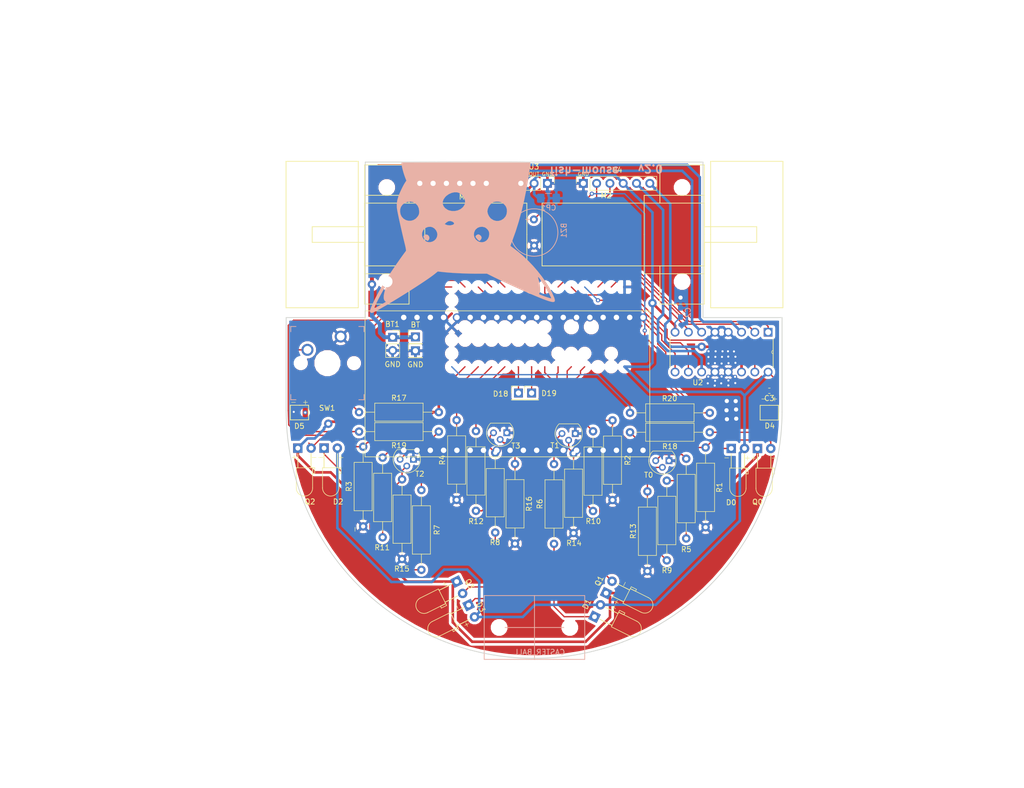
<source format=kicad_pcb>
(kicad_pcb (version 20171130) (host pcbnew "(5.0.0-3-g5ebb6b6)")
  (layers (0 F.Cu signal) (31 B.Cu signal) (34 B.Paste user) (35 F.Paste user) (36 B.SilkS user) (37 F.SilkS user) (38 B.Mask user) (39 F.Mask user) (44 Edge.Cuts user))
  (net 0 "")
  (net 1 /vBatt)
  (net 2 /GND)
  (net 3 /3.3v)
  (net 4 /Reciever_0)
  (net 5 /Reciever_1)
  (net 6 /Reciever_2)
  (net 7 /Reciever_3)
  (net 8 /Emitter_0)
  (net 9 /Emitter_1)
  (net 10 /Emitter_3)
  (net 11 /Emitter_2)
  (net 12 /M2_speed)
  (net 13 /M1_speed)
  (net 14 /5v)
  (net 15 /M1_forward)
  (net 16 /OUT1)
  (net 17 /OUT2)
  (net 18 /M1_backward)
  (net 19 /M2_forward)
  (net 20 /OUT3)
  (net 21 /OUT4)
  (net 22 /M2_backward)
  (net 23 /M2_encoder_B)
  (net 24 /M2_encoder_A)
  (net 25 /M1_encoder_A)
  (net 26 /M1_encoder_B)
  (net 27 "Net-(BZ1-Pad1)")
  (net 28 "Net-(D4-Pad2)")
  (net 29 "Net-(D5-Pad2)")
  (net 30 /i2c_SCL)
  (net 31 /i2c_SDA)
  (net 32 /STATUS_LED_0)
  (net 33 /STATUS_LED_1)
  (net 34 /Buzzer)
  (net 35 /PUSH_SW)
  (net 36 "Net-(D0-Pad1)")
  (net 37 "Net-(D1-Pad1)")
  (net 38 "Net-(D2-Pad1)")
  (net 39 "Net-(D3-Pad1)")
  (net 40 "Net-(R5-Pad2)")
  (net 41 "Net-(R6-Pad2)")
  (net 42 "Net-(R7-Pad2)")
  (net 43 "Net-(R8-Pad2)")
  (net 44 "Net-(R13-Pad2)")
  (net 45 "Net-(R10-Pad1)")
  (net 46 "Net-(R11-Pad1)")
  (net 47 "Net-(R12-Pad1)")
  (module Resistor_THT:R_Axial_DIN0309_L9.0mm_D3.2mm_P15.24mm_Horizontal (layer F.Cu) (at 192.0494 102.7938 180)
    (fp_text reference R20 (at 7.6708 2.7432 180) (layer F.SilkS))
    (fp_text value R)
    (pad 2 thru_hole oval (at 15.24 0 180) (size 1.6 1.6) (drill 0.8) (layers *.Cu *.Mask) (net 34 /Buzzer))
    (pad 1 thru_hole circle (at 0 0 180) (size 1.6 1.6) (drill 0.8) (layers *.Cu *.Mask) (net 27 "Net-(BZ1-Pad1)"))
  )
  (module LED_THT:LED_D3.0mm_Horizontal_O3.81mm_Z2.0mm (layer F.Cu) (at 113.346989 109.548045)
    (fp_text reference Q2 (at 2.324611 10.238355 180) (layer F.SilkS))
    (fp_text value Q_Photo_NPN)
    (pad 1 thru_hole rect (at 0 0) (size 1.8 1.8) (drill 0.9) (layers *.Cu *.Mask) (net 3 /3.3v))
    (pad 2 thru_hole circle (at 2.54 0) (size 1.8 1.8) (drill 0.9) (layers *.Cu *.Mask) (net 6 /Reciever_2))
  )
  (module LED_THT:LED_D3.0mm_Horizontal_O3.81mm_Z2.0mm (layer F.Cu) (at 196.1515 109.601)
    (fp_text reference D0 (at -0.0127 10.3378 180) (layer F.SilkS))
    (fp_text value IRL81A)
    (pad 2 thru_hole circle (at 2.54 0) (size 1.8 1.8) (drill 0.9) (layers *.Cu *.Mask) (net 14 /5v))
    (pad 1 thru_hole rect (at 0 0) (size 1.8 1.8) (drill 0.9) (layers *.Cu *.Mask) (net 36 "Net-(D0-Pad1)"))
  )
  (module misc:Mouse_caster (layer B.Cu) (at 158.5595 143.8275)
    (fp_text reference M3 hide)
    (fp_text value CASTER_BALL (at 0.9525 4.7117) (layer B.SilkS) (effects (justify mirror)))
    (pad "" np_thru_hole circle (at 6.75 0) (size 2.1844 2.1844) (drill 2.1844) (layers *.Cu *.Mask))
    (pad "" np_thru_hole circle (at -6.75 0) (size 2.1844 2.1844) (drill 2.1844) (layers *.Cu *.Mask))
  )
  (module LED_THT:LED_D3.0mm_Horizontal_O3.81mm_Z2.0mm (layer F.Cu) (at 172.2501 137.2616 63.5)
    (fp_text reference Q1 (at 1.507611 -2.213339 63.5) (layer F.SilkS))
    (fp_text value Q_Photo_NPN)
    (pad 2 thru_hole circle (at 2.54 0 63.5) (size 1.8 1.8) (drill 0.9) (layers *.Cu *.Mask) (net 5 /Reciever_1))
    (pad 1 thru_hole rect (at 0 0 63.5) (size 1.8 1.8) (drill 0.9) (layers *.Cu *.Mask) (net 3 /3.3v))
  )
  (module Connector_PinSocket_2.54mm:PinSocket_1x02_P2.54mm_Vertical (layer F.Cu) (at 131.4704 88.3412)
    (fp_text reference BT1 (at -0.0508 -2.4892) (layer F.SilkS))
    (fp_text value Battery_Cell)
    (pad 1 thru_hole rect (at 0 0) (size 1.7 1.7) (drill 1) (layers *.Cu *.Mask) (net 1 /vBatt))
    (pad 2 thru_hole oval (at 0 2.54) (size 1.7 1.7) (drill 1) (layers *.Cu *.Mask) (net 2 /GND))
  )
  (module LED_THT:LED_D3.0mm_Horizontal_O3.81mm_Z2.0mm (layer F.Cu) (at 170.0276 141.7701 63.5)
    (fp_text reference D1 (at 1.479374 -2.355361 63.5) (layer F.SilkS))
    (fp_text value IRL81A)
    (pad 1 thru_hole rect (at 0 0 63.5) (size 1.8 1.8) (drill 0.9) (layers *.Cu *.Mask) (net 37 "Net-(D1-Pad1)"))
    (pad 2 thru_hole circle (at 2.54 0 63.5) (size 1.8 1.8) (drill 0.9) (layers *.Cu *.Mask) (net 14 /5v))
  )
  (module LED_THT:LED_D3.0mm_Horizontal_O3.81mm_Z2.0mm (layer F.Cu) (at 118.364 109.5375)
    (fp_text reference D2 (at 2.6924 10.2489 180) (layer F.SilkS))
    (fp_text value IRL81A)
    (pad 2 thru_hole circle (at 2.54 0) (size 1.8 1.8) (drill 0.9) (layers *.Cu *.Mask) (net 14 /5v))
    (pad 1 thru_hole rect (at 0 0) (size 1.8 1.8) (drill 0.9) (layers *.Cu *.Mask) (net 38 "Net-(D2-Pad1)"))
  )
  (module LED_THT:LED_D3.0mm_Horizontal_O3.81mm_Z2.0mm (layer F.Cu) (at 145.9738 139.5476 296.5)
    (fp_text reference D3 (at 1.372312 -1.89855 296.5) (layer F.SilkS))
    (fp_text value IRL81A)
    (pad 1 thru_hole rect (at 0 0 296.5) (size 1.8 1.8) (drill 0.9) (layers *.Cu *.Mask) (net 39 "Net-(D3-Pad1)"))
    (pad 2 thru_hole circle (at 2.54 0 296.5) (size 1.8 1.8) (drill 0.9) (layers *.Cu *.Mask) (net 14 /5v))
  )
  (module LED_THT:LED_D3.0mm_Horizontal_O3.81mm_Z2.0mm (layer F.Cu) (at 201.164677 109.616645)
    (fp_text reference Q0 (at 0.003323 10.220555 180) (layer F.SilkS))
    (fp_text value Q_Photo_NPN)
    (pad 1 thru_hole rect (at 0 0) (size 1.8 1.8) (drill 0.9) (layers *.Cu *.Mask) (net 3 /3.3v))
    (pad 2 thru_hole circle (at 2.54 0) (size 1.8 1.8) (drill 0.9) (layers *.Cu *.Mask) (net 4 /Reciever_0))
  )
  (module LED_THT:LED_D3.0mm_Horizontal_O3.81mm_Z2.0mm (layer F.Cu) (at 143.697458 135.051967 296.5)
    (fp_text reference Q3 (at 1.504047 -1.992369 296.5) (layer F.SilkS))
    (fp_text value Q_Photo_NPN)
    (pad 2 thru_hole circle (at 2.54 0 296.5) (size 1.8 1.8) (drill 0.9) (layers *.Cu *.Mask) (net 7 /Reciever_3))
    (pad 1 thru_hole rect (at 0 0 296.5) (size 1.8 1.8) (drill 0.9) (layers *.Cu *.Mask) (net 3 /3.3v))
  )
  (module SN754410NE.kicad_mod:DIP254P762X508-16 (layer F.Cu) (at 185.42 94.996 270)
    (fp_text reference U2 (at 2.0066 -4.3434) (layer F.SilkS))
    (fp_text value SN754410NE hide)
    (pad 1 thru_hole rect (at -7.62 -17.78 270) (size 1.6764 1.6764) (drill 1.1176) (layers *.Cu *.Mask) (net 13 /M1_speed))
    (pad 2 thru_hole circle (at -7.62 -15.24 270) (size 1.6764 1.6764) (drill 1.1176) (layers *.Cu *.Mask) (net 15 /M1_forward))
    (pad 3 thru_hole circle (at -7.62 -12.7 270) (size 1.6764 1.6764) (drill 1.1176) (layers *.Cu *.Mask) (net 16 /OUT1))
    (pad 4 thru_hole circle (at -7.62 -10.16 270) (size 1.6764 1.6764) (drill 1.1176) (layers *.Cu *.Mask) (net 2 /GND))
    (pad 5 thru_hole circle (at -7.62 -7.62 270) (size 1.6764 1.6764) (drill 1.1176) (layers *.Cu *.Mask) (net 2 /GND))
    (pad 6 thru_hole circle (at -7.62 -5.08 270) (size 1.6764 1.6764) (drill 1.1176) (layers *.Cu *.Mask) (net 17 /OUT2))
    (pad 7 thru_hole circle (at -7.62 -2.54 270) (size 1.6764 1.6764) (drill 1.1176) (layers *.Cu *.Mask) (net 18 /M1_backward))
    (pad 8 thru_hole circle (at -7.62 0 270) (size 1.6764 1.6764) (drill 1.1176) (layers *.Cu *.Mask) (net 14 /5v))
    (pad 9 thru_hole circle (at 0 0 270) (size 1.6764 1.6764) (drill 1.1176) (layers *.Cu *.Mask) (net 12 /M2_speed))
    (pad 10 thru_hole circle (at 0 -2.54 270) (size 1.6764 1.6764) (drill 1.1176) (layers *.Cu *.Mask) (net 19 /M2_forward))
    (pad 11 thru_hole circle (at 0 -5.08 270) (size 1.6764 1.6764) (drill 1.1176) (layers *.Cu *.Mask) (net 20 /OUT3))
    (pad 12 thru_hole circle (at 0 -7.62 270) (size 1.6764 1.6764) (drill 1.1176) (layers *.Cu *.Mask) (net 2 /GND))
    (pad 13 thru_hole circle (at 0 -10.16 270) (size 1.6764 1.6764) (drill 1.1176) (layers *.Cu *.Mask) (net 2 /GND))
    (pad 14 thru_hole circle (at 0 -12.7 270) (size 1.6764 1.6764) (drill 1.1176) (layers *.Cu *.Mask) (net 21 /OUT4))
    (pad 15 thru_hole circle (at 0 -15.24 270) (size 1.6764 1.6764) (drill 1.1176) (layers *.Cu *.Mask) (net 22 /M2_backward))
    (pad 16 thru_hole circle (at 0 -17.78 270) (size 1.6764 1.6764) (drill 1.1176) (layers *.Cu *.Mask) (net 14 /5v))
  )
  (module Connector_PinHeader_2.54mm:PinHeader_1x03_P2.54mm_Vertical (layer F.Cu) (at 161.036 58.928 270)
    (fp_text reference U3 (at -3.175 2.5908) (layer F.SilkS))
    (fp_text value LM1084-5.0)
    (pad 1 thru_hole rect (at 0 0 270) (size 1.7 1.7) (drill 1) (layers *.Cu *.Mask) (net 2 /GND))
    (pad 2 thru_hole oval (at 0 2.54 270) (size 1.7 1.7) (drill 1) (layers *.Cu *.Mask) (net 14 /5v))
    (pad 3 thru_hole oval (at 0 5.08 270) (size 1.7 1.7) (drill 1) (layers *.Cu *.Mask) (net 1 /vBatt))
  )
  (module misc:Motor_mouse (layer F.Cu) (at 157.099 68.707)
    (fp_text reference M1 (at -11.9253 -7.1882) (layer F.SilkS))
    (fp_text value Motor_DC)
    (pad "" np_thru_hole circle (at -26.75 9) (size 2.1844 2.1844) (drill 2.1844) (layers *.Cu *.Mask))
    (pad "" np_thru_hole circle (at -26.75 -9) (size 2.1844 2.1844) (drill 2.1844) (layers *.Cu *.Mask))
  )
  (module misc:Motor_mouse (layer F.Cu) (at 160.02 68.707 180)
    (fp_text reference M2 (at -12.2428 7.4422 180) (layer F.SilkS))
    (fp_text value Motor_DC)
    (pad "" np_thru_hole circle (at -26.75 9 180) (size 2.1844 2.1844) (drill 2.1844) (layers *.Cu *.Mask))
    (pad "" np_thru_hole circle (at -26.75 -9 180) (size 2.1844 2.1844) (drill 2.1844) (layers *.Cu *.Mask))
  )
  (module "misc:9x5.5mm Buzzer" (layer B.Cu) (at 158.496 68.326 90)
    (fp_text reference BZ1 (at 0.381 5.6896 90) (layer B.SilkS) (effects (justify mirror)))
    (fp_text value Buzzer)
    (fp_text user - (at -2.55 -1.35 90) (layer B.SilkS) (effects (justify mirror)))
    (fp_text user + (at 2.5 -1.3 90) (layer B.SilkS) (effects (justify mirror)))
    (pad 2 thru_hole circle (at -2.5 0 90) (size 1.524 1.524) (drill 0.762) (layers *.Cu *.Mask) (net 2 /GND))
    (pad 1 thru_hole circle (at 2.5 -0.05 90) (size 1.524 1.524) (drill 0.762) (layers *.Cu *.Mask) (net 27 "Net-(BZ1-Pad1)"))
  )
  (module misc:3528_SMD_LED (layer F.Cu) (at 203.4286 102.7684)
    (fp_text reference D4 (at 0.0762 2.5146) (layer F.SilkS))
    (fp_text value STATUS_0)
    (pad 2 smd rect (at 1.1 0) (size 1 2.4) (layers F.Cu F.Paste F.Mask) (net 28 "Net-(D4-Pad2)"))
    (pad 1 smd rect (at -1.1 0) (size 1 2.4) (layers F.Cu F.Paste F.Mask) (net 2 /GND))
  )
  (module misc:3528_SMD_LED (layer F.Cu) (at 113.665 102.743)
    (fp_text reference D5 (at -0.0254 2.5908) (layer F.SilkS))
    (fp_text value STATUS_1)
    (pad 1 smd rect (at -1.1 0) (size 1 2.4) (layers F.Cu F.Paste F.Mask) (net 2 /GND))
    (pad 2 smd rect (at 1.1 0) (size 1 2.4) (layers F.Cu F.Paste F.Mask) (net 29 "Net-(D5-Pad2)"))
  )
  (module keyswitches:MX (layer F.Cu) (at 118.999 93.2942)
    (fp_text reference SW1 (at -0.0508 8.5852) (layer F.SilkS))
    (fp_text value SW_Push)
    (pad 1 thru_hole circle (at 2.54 -5.08) (size 2.286 2.286) (drill 1.4986) (layers *.Cu *.Mask) (net 2 /GND))
    (pad "" np_thru_hole circle (at 0 0) (size 3.9878 3.9878) (drill 3.9878) (layers *.Cu *.Mask))
    (pad 2 thru_hole circle (at -3.81 -2.54) (size 2.286 2.286) (drill 1.4986) (layers *.Cu *.Mask) (net 35 /PUSH_SW))
    (pad "" np_thru_hole circle (at 5.08 0) (size 1.7018 1.7018) (drill 1.7018) (layers *.Cu *.Mask))
    (pad "" np_thru_hole circle (at -5.08 0) (size 1.7018 1.7018) (drill 1.7018) (layers *.Cu *.Mask))
  )
  (module Connector_PinSocket_2.54mm:PinSocket_1x06_P2.54mm_Vertical (layer F.Cu) (at 167.894 58.928 90)
    (fp_text reference U4 (at 2.54 6.4516 180) (layer F.SilkS))
    (fp_text value Encoder_3081)
    (pad 6 thru_hole oval (at 0 12.7 90) (size 1.7 1.7) (drill 1) (layers *.Cu *.Mask) (net 21 /OUT4))
    (pad 5 thru_hole oval (at 0 10.16 90) (size 1.7 1.7) (drill 1) (layers *.Cu *.Mask) (net 20 /OUT3))
    (pad 4 thru_hole oval (at 0 7.62 90) (size 1.7 1.7) (drill 1) (layers *.Cu *.Mask) (net 14 /5v))
    (pad 3 thru_hole oval (at 0 5.08 90) (size 1.7 1.7) (drill 1) (layers *.Cu *.Mask) (net 24 /M2_encoder_A))
    (pad 2 thru_hole oval (at 0 2.54 90) (size 1.7 1.7) (drill 1) (layers *.Cu *.Mask) (net 23 /M2_encoder_B))
    (pad 1 thru_hole rect (at 0 0 90) (size 1.7 1.7) (drill 1) (layers *.Cu *.Mask) (net 2 /GND))
  )
  (module Connector_PinSocket_2.54mm:PinSocket_1x06_P2.54mm_Vertical (layer F.Cu) (at 136.652 58.928 90)
    (fp_text reference U5 (at 2.54 6.35 180) (layer F.SilkS))
    (fp_text value Encoder_3081)
    (pad 1 thru_hole rect (at 0 0 90) (size 1.7 1.7) (drill 1) (layers *.Cu *.Mask) (net 2 /GND))
    (pad 2 thru_hole oval (at 0 2.54 90) (size 1.7 1.7) (drill 1) (layers *.Cu *.Mask) (net 26 /M1_encoder_B))
    (pad 3 thru_hole oval (at 0 5.08 90) (size 1.7 1.7) (drill 1) (layers *.Cu *.Mask) (net 25 /M1_encoder_A))
    (pad 4 thru_hole oval (at 0 7.62 90) (size 1.7 1.7) (drill 1) (layers *.Cu *.Mask) (net 14 /5v))
    (pad 5 thru_hole oval (at 0 10.16 90) (size 1.7 1.7) (drill 1) (layers *.Cu *.Mask) (net 16 /OUT1))
    (pad 6 thru_hole oval (at 0 12.7 90) (size 1.7 1.7) (drill 1) (layers *.Cu *.Mask) (net 17 /OUT2))
  )
  (module Connector_PinHeader_2.54mm:PinHeader_1x01_P2.54mm_Vertical (layer F.Cu) (at 158.0134 99.0092)
    (fp_text reference MH_SCL1 hide)
    (fp_text value MountingHole_Pad)
    (pad 1 thru_hole rect (at 0 0) (size 1.7 1.7) (drill 1) (layers *.Cu *.Mask) (net 30 /i2c_SCL))
  )
  (module Connector_PinHeader_2.54mm:PinHeader_1x01_P2.54mm_Vertical (layer F.Cu) (at 155.4988 99.0092)
    (fp_text reference MH_SDA1 hide)
    (fp_text value MountingHole_Pad)
    (pad 1 thru_hole rect (at 0 0) (size 1.7 1.7) (drill 1) (layers *.Cu *.Mask) (net 31 /i2c_SDA))
  )
  (module Resistor_THT:R_Axial_DIN0309_L9.0mm_D3.2mm_P15.24mm_Horizontal (layer F.Cu) (at 191.2493 124.6632 90)
    (fp_text reference R1 (at 7.5946 2.6543 90) (layer F.SilkS))
    (fp_text value R)
    (pad 1 thru_hole circle (at 0 0 90) (size 1.6 1.6) (drill 0.8) (layers *.Cu *.Mask) (net 2 /GND))
    (pad 2 thru_hole oval (at 15.24 0 90) (size 1.6 1.6) (drill 0.8) (layers *.Cu *.Mask) (net 4 /Reciever_0))
  )
  (module Resistor_THT:R_Axial_DIN0309_L9.0mm_D3.2mm_P15.24mm_Horizontal (layer F.Cu) (at 173.4693 119.4689 90)
    (fp_text reference R2 (at 7.5819 2.9083 90) (layer F.SilkS))
    (fp_text value R)
    (pad 2 thru_hole oval (at 15.24 0 90) (size 1.6 1.6) (drill 0.8) (layers *.Cu *.Mask) (net 5 /Reciever_1))
    (pad 1 thru_hole circle (at 0 0 90) (size 1.6 1.6) (drill 0.8) (layers *.Cu *.Mask) (net 2 /GND))
  )
  (module Resistor_THT:R_Axial_DIN0309_L9.0mm_D3.2mm_P15.24mm_Horizontal (layer F.Cu) (at 125.8316 124.5108 90)
    (fp_text reference R3 (at 7.62 -2.72 90) (layer F.SilkS))
    (fp_text value R)
    (pad 1 thru_hole circle (at 0 0 90) (size 1.6 1.6) (drill 0.8) (layers *.Cu *.Mask) (net 2 /GND))
    (pad 2 thru_hole oval (at 15.24 0 90) (size 1.6 1.6) (drill 0.8) (layers *.Cu *.Mask) (net 6 /Reciever_2))
  )
  (module Resistor_THT:R_Axial_DIN0309_L9.0mm_D3.2mm_P15.24mm_Horizontal (layer F.Cu) (at 143.6878 119.4308 90)
    (fp_text reference R4 (at 7.62 -2.72 90) (layer F.SilkS))
    (fp_text value R)
    (pad 2 thru_hole oval (at 15.24 0 90) (size 1.6 1.6) (drill 0.8) (layers *.Cu *.Mask) (net 7 /Reciever_3))
    (pad 1 thru_hole circle (at 0 0 90) (size 1.6 1.6) (drill 0.8) (layers *.Cu *.Mask) (net 2 /GND))
  )
  (module Resistor_THT:R_Axial_DIN0309_L9.0mm_D3.2mm_P15.24mm_Horizontal (layer F.Cu) (at 187.5536 126.8095 90)
    (fp_text reference R5 (at -2.0955 0 180) (layer F.SilkS))
    (fp_text value 33)
    (pad 2 thru_hole oval (at 15.24 0 90) (size 1.6 1.6) (drill 0.8) (layers *.Cu *.Mask) (net 40 "Net-(R5-Pad2)"))
    (pad 1 thru_hole circle (at 0 0 90) (size 1.6 1.6) (drill 0.8) (layers *.Cu *.Mask) (net 36 "Net-(D0-Pad1)"))
  )
  (module Resistor_THT:R_Axial_DIN0309_L9.0mm_D3.2mm_P15.24mm_Horizontal (layer F.Cu) (at 162.2933 127.8382 90)
    (fp_text reference R6 (at 7.62 -2.72 90) (layer F.SilkS))
    (fp_text value 33)
    (pad 1 thru_hole circle (at 0 0 90) (size 1.6 1.6) (drill 0.8) (layers *.Cu *.Mask) (net 37 "Net-(D1-Pad1)"))
    (pad 2 thru_hole oval (at 15.24 0 90) (size 1.6 1.6) (drill 0.8) (layers *.Cu *.Mask) (net 41 "Net-(R6-Pad2)"))
  )
  (module Resistor_THT:R_Axial_DIN0309_L9.0mm_D3.2mm_P15.24mm_Horizontal (layer F.Cu) (at 136.9568 132.8039 90)
    (fp_text reference R7 (at 7.62 2.9718 90) (layer F.SilkS))
    (fp_text value 33)
    (pad 1 thru_hole circle (at 0 0 90) (size 1.6 1.6) (drill 0.8) (layers *.Cu *.Mask) (net 38 "Net-(D2-Pad1)"))
    (pad 2 thru_hole oval (at 15.24 0 90) (size 1.6 1.6) (drill 0.8) (layers *.Cu *.Mask) (net 42 "Net-(R7-Pad2)"))
  )
  (module Resistor_THT:R_Axial_DIN0309_L9.0mm_D3.2mm_P15.24mm_Horizontal (layer F.Cu) (at 151.0665 125.6792 90)
    (fp_text reference R8 (at -1.8796 -0.0381 180) (layer F.SilkS))
    (fp_text value 33)
    (pad 1 thru_hole circle (at 0 0 90) (size 1.6 1.6) (drill 0.8) (layers *.Cu *.Mask) (net 39 "Net-(D3-Pad1)"))
    (pad 2 thru_hole oval (at 15.24 0 90) (size 1.6 1.6) (drill 0.8) (layers *.Cu *.Mask) (net 43 "Net-(R8-Pad2)"))
  )
  (module Resistor_THT:R_Axial_DIN0309_L9.0mm_D3.2mm_P15.24mm_Horizontal (layer F.Cu) (at 183.8452 131.0005 90)
    (fp_text reference R9 (at -1.9177 0.0254 180) (layer F.SilkS))
    (fp_text value 1k)
    (pad 1 thru_hole circle (at 0 0 90) (size 1.6 1.6) (drill 0.8) (layers *.Cu *.Mask) (net 44 "Net-(R13-Pad2)"))
    (pad 2 thru_hole oval (at 15.24 0 90) (size 1.6 1.6) (drill 0.8) (layers *.Cu *.Mask) (net 8 /Emitter_0))
  )
  (module Resistor_THT:R_Axial_DIN0309_L9.0mm_D3.2mm_P15.24mm_Horizontal (layer F.Cu) (at 169.7482 121.5644 90)
    (fp_text reference R10 (at -1.9558 0.0508 180) (layer F.SilkS))
    (fp_text value 1k)
    (pad 1 thru_hole circle (at 0 0 90) (size 1.6 1.6) (drill 0.8) (layers *.Cu *.Mask) (net 45 "Net-(R10-Pad1)"))
    (pad 2 thru_hole oval (at 15.24 0 90) (size 1.6 1.6) (drill 0.8) (layers *.Cu *.Mask) (net 9 /Emitter_1))
  )
  (module Resistor_THT:R_Axial_DIN0309_L9.0mm_D3.2mm_P15.24mm_Horizontal (layer F.Cu) (at 129.5527 126.5936 90)
    (fp_text reference R11 (at -1.9558 -0.0889 180) (layer F.SilkS))
    (fp_text value 1k)
    (pad 1 thru_hole circle (at 0 0 90) (size 1.6 1.6) (drill 0.8) (layers *.Cu *.Mask) (net 46 "Net-(R11-Pad1)"))
    (pad 2 thru_hole oval (at 15.24 0 90) (size 1.6 1.6) (drill 0.8) (layers *.Cu *.Mask) (net 11 /Emitter_2))
  )
  (module Resistor_THT:R_Axial_DIN0309_L9.0mm_D3.2mm_P15.24mm_Horizontal (layer F.Cu) (at 147.3835 121.5263 90)
    (fp_text reference R12 (at -2.0193 0.0127 180) (layer F.SilkS))
    (fp_text value 1k)
    (pad 2 thru_hole oval (at 15.24 0 90) (size 1.6 1.6) (drill 0.8) (layers *.Cu *.Mask) (net 10 /Emitter_3))
    (pad 1 thru_hole circle (at 0 0 90) (size 1.6 1.6) (drill 0.8) (layers *.Cu *.Mask) (net 47 "Net-(R12-Pad1)"))
  )
  (module Resistor_THT:R_Axial_DIN0309_L9.0mm_D3.2mm_P15.24mm_Horizontal (layer F.Cu) (at 180.1368 133.0579 90)
    (fp_text reference R13 (at 7.62 -2.72 90) (layer F.SilkS))
    (fp_text value 47k)
    (pad 1 thru_hole circle (at 0 0 90) (size 1.6 1.6) (drill 0.8) (layers *.Cu *.Mask) (net 2 /GND))
    (pad 2 thru_hole oval (at 15.24 0 90) (size 1.6 1.6) (drill 0.8) (layers *.Cu *.Mask) (net 44 "Net-(R13-Pad2)"))
  )
  (module Resistor_THT:R_Axial_DIN0309_L9.0mm_D3.2mm_P15.24mm_Horizontal (layer F.Cu) (at 166.0271 125.7808 90)
    (fp_text reference R14 (at -1.9304 0.0889 180) (layer F.SilkS))
    (fp_text value 47k)
    (pad 2 thru_hole oval (at 15.24 0 90) (size 1.6 1.6) (drill 0.8) (layers *.Cu *.Mask) (net 45 "Net-(R10-Pad1)"))
    (pad 1 thru_hole circle (at 0 0 90) (size 1.6 1.6) (drill 0.8) (layers *.Cu *.Mask) (net 2 /GND))
  )
  (module Resistor_THT:R_Axial_DIN0309_L9.0mm_D3.2mm_P15.24mm_Horizontal (layer F.Cu) (at 133.2611 130.7465 90)
    (fp_text reference R15 (at -1.8669 -0.0381 180) (layer F.SilkS))
    (fp_text value 47k)
    (pad 2 thru_hole oval (at 15.24 0 90) (size 1.6 1.6) (drill 0.8) (layers *.Cu *.Mask) (net 46 "Net-(R11-Pad1)"))
    (pad 1 thru_hole circle (at 0 0 90) (size 1.6 1.6) (drill 0.8) (layers *.Cu *.Mask) (net 2 /GND))
  )
  (module Resistor_THT:R_Axial_DIN0309_L9.0mm_D3.2mm_P15.24mm_Horizontal (layer F.Cu) (at 154.8384 127.8001 90)
    (fp_text reference R16 (at 7.6073 2.6924 90) (layer F.SilkS))
    (fp_text value 47k)
    (pad 2 thru_hole oval (at 15.24 0 90) (size 1.6 1.6) (drill 0.8) (layers *.Cu *.Mask) (net 47 "Net-(R12-Pad1)"))
    (pad 1 thru_hole circle (at 0 0 90) (size 1.6 1.6) (drill 0.8) (layers *.Cu *.Mask) (net 2 /GND))
  )
  (module Resistor_THT:R_Axial_DIN0309_L9.0mm_D3.2mm_P15.24mm_Horizontal (layer F.Cu) (at 125.0442 102.6668)
    (fp_text reference R17 (at 7.62 -2.72) (layer F.SilkS))
    (fp_text value R)
    (pad 1 thru_hole circle (at 0 0) (size 1.6 1.6) (drill 0.8) (layers *.Cu *.Mask) (net 35 /PUSH_SW))
    (pad 2 thru_hole oval (at 15.24 0) (size 1.6 1.6) (drill 0.8) (layers *.Cu *.Mask) (net 3 /3.3v))
  )
  (module Resistor_THT:R_Axial_DIN0309_L9.0mm_D3.2mm_P15.24mm_Horizontal (layer F.Cu) (at 192.0494 106.5149 180)
    (fp_text reference R18 (at 7.62 -2.72 180) (layer F.SilkS))
    (fp_text value R)
    (pad 2 thru_hole oval (at 15.24 0 180) (size 1.6 1.6) (drill 0.8) (layers *.Cu *.Mask) (net 32 /STATUS_LED_0))
    (pad 1 thru_hole circle (at 0 0 180) (size 1.6 1.6) (drill 0.8) (layers *.Cu *.Mask) (net 28 "Net-(D4-Pad2)"))
  )
  (module Resistor_THT:R_Axial_DIN0309_L9.0mm_D3.2mm_P15.24mm_Horizontal (layer F.Cu) (at 125.0442 106.3879)
    (fp_text reference R19 (at 7.62 2.6543) (layer F.SilkS))
    (fp_text value R)
    (pad 2 thru_hole oval (at 15.24 0) (size 1.6 1.6) (drill 0.8) (layers *.Cu *.Mask) (net 33 /STATUS_LED_1))
    (pad 1 thru_hole circle (at 0 0) (size 1.6 1.6) (drill 0.8) (layers *.Cu *.Mask) (net 29 "Net-(D5-Pad2)"))
  )
  (module "misc:TN0104(TO-92)" (layer F.Cu) (at 184.2643 111.9505 180)
    (fp_text reference T0 (at 3.8989 -2.7305 180) (layer F.SilkS))
    (fp_text value Q_NMOS_DGS)
    (pad 3 thru_hole rect (at 0 0 270) (size 1.3 1.3) (drill 0.75) (layers *.Cu *.Mask) (net 2 /GND))
    (pad 1 thru_hole circle (at 2.54 0 270) (size 1.3 1.3) (drill 0.75) (layers *.Cu *.Mask) (net 40 "Net-(R5-Pad2)"))
    (pad 2 thru_hole circle (at 1.27 -1.27 270) (size 1.3 1.3) (drill 0.75) (layers *.Cu *.Mask) (net 44 "Net-(R13-Pad2)"))
  )
  (module "misc:TN0104(TO-92)" (layer F.Cu) (at 166.3573 106.7562 180)
    (fp_text reference T1 (at 3.8989 -2.286 180) (layer F.SilkS))
    (fp_text value Q_NMOS_DGS)
    (pad 2 thru_hole circle (at 1.27 -1.27 270) (size 1.3 1.3) (drill 0.75) (layers *.Cu *.Mask) (net 45 "Net-(R10-Pad1)"))
    (pad 1 thru_hole circle (at 2.54 0 270) (size 1.3 1.3) (drill 0.75) (layers *.Cu *.Mask) (net 41 "Net-(R6-Pad2)"))
    (pad 3 thru_hole rect (at 0 0 270) (size 1.3 1.3) (drill 0.75) (layers *.Cu *.Mask) (net 2 /GND))
  )
  (module "misc:TN0104(TO-92)" (layer F.Cu) (at 135.4328 111.6838 180)
    (fp_text reference T2 (at -1.2192 -2.794 180) (layer F.SilkS))
    (fp_text value Q_NMOS_DGS)
    (pad 2 thru_hole circle (at 1.27 -1.27 270) (size 1.3 1.3) (drill 0.75) (layers *.Cu *.Mask) (net 46 "Net-(R11-Pad1)"))
    (pad 1 thru_hole circle (at 2.54 0 270) (size 1.3 1.3) (drill 0.75) (layers *.Cu *.Mask) (net 42 "Net-(R7-Pad2)"))
    (pad 3 thru_hole rect (at 0 0 270) (size 1.3 1.3) (drill 0.75) (layers *.Cu *.Mask) (net 2 /GND))
  )
  (module "misc:TN0104(TO-92)" (layer F.Cu) (at 153.2763 106.6165 180)
    (fp_text reference T3 (at -1.7145 -2.4765 180) (layer F.SilkS))
    (fp_text value Q_NMOS_DGS)
    (pad 3 thru_hole rect (at 0 0 270) (size 1.3 1.3) (drill 0.75) (layers *.Cu *.Mask) (net 2 /GND))
    (pad 1 thru_hole circle (at 2.54 0 270) (size 1.3 1.3) (drill 0.75) (layers *.Cu *.Mask) (net 43 "Net-(R8-Pad2)"))
    (pad 2 thru_hole circle (at 1.27 -1.27 270) (size 1.3 1.3) (drill 0.75) (layers *.Cu *.Mask) (net 47 "Net-(R12-Pad1)"))
  )
  (module Capacitor_SMD:C_0603_1608Metric_Pad1.05x0.95mm_HandSolder (layer B.Cu) (at 186.4614 83.6168 90)
    (fp_text reference C2 (at 0 1.43 90) (layer B.SilkS) (effects (justify mirror)))
    (fp_text value 0.1uF)
    (pad 2 smd roundrect (at 0.875 0 90) (size 1.05 0.95) (layers B.Cu B.Paste B.Mask) (net 2 /GND))
    (pad 1 smd roundrect (at -0.875 0 90) (size 1.05 0.95) (layers B.Cu B.Paste B.Mask) (net 14 /5v))
  )
  (module Capacitor_SMD:C_0603_1608Metric_Pad1.05x0.95mm_HandSolder (layer F.Cu) (at 203.4286 98.5774 180)
    (fp_text reference C3 (at 0 -1.43 180) (layer F.SilkS))
    (fp_text value 1.0uF)
    (pad 1 smd roundrect (at -0.875 0 180) (size 1.05 0.95) (layers F.Cu F.Paste F.Mask) (net 14 /5v))
    (pad 2 smd roundrect (at 0.875 0 180) (size 1.05 0.95) (layers F.Cu F.Paste F.Mask) (net 2 /GND))
  )
  (module Connector_PinHeader_2.54mm:PinHeader_1x01_P2.54mm_Vertical (layer F.Cu) (at 135.8138 90.932)
    (fp_text reference GND (at 0 2.6416) (layer F.SilkS))
    (fp_text value MountingHole_Pad)
    (pad 1 thru_hole rect (at 0 0) (size 1.7 1.7) (drill 1) (layers *.Cu *.Mask) (net 2 /GND))
  )
  (module Connector_PinHeader_2.54mm:PinHeader_1x01_P2.54mm_Vertical (layer F.Cu) (at 135.8138 88.2904)
    (fp_text reference BT (at 0 -2.33) (layer F.SilkS))
    (fp_text value MountingHole_Pad)
    (pad 1 thru_hole rect (at 0 0) (size 1.7 1.7) (drill 1) (layers *.Cu *.Mask) (net 1 /vBatt))
  )
  (module Capacitor_SMD:C_1206_3216Metric_Pad1.42x1.75mm_HandSolder (layer B.Cu) (at 161.2392 61.7728)
    (fp_text reference CP1 (at 0 1.82) (layer B.SilkS) (effects (justify mirror)))
    (fp_text value "10uF (Tantalum)")
    (pad 1 smd roundrect (at -1.4875 0) (size 1.425 1.75) (layers B.Cu B.Paste B.Mask) (roundrect_rratio 0.175439) (net 14 /5v))
    (pad 2 smd roundrect (at 1.4875 0) (size 1.425 1.75) (layers B.Cu B.Paste B.Mask) (roundrect_rratio 0.175439) (net 2 /GND))
  )
  (module pika:pika3 (layer B.Cu) (at 144.8308 74.422)
    (fp_text reference G*** hide)
    (fp_text value LOGO hide)
  )
  (module esp32:MODULE_ESP32-DEVKITC-32D (layer F.Cu) (at 153.3398 97.2566 90)
    (fp_text reference REF** (at -10.829175 -28.446045 90) (layer F.SilkS) (effects (font (size 1.000386 1.000386) (thickness 0.015))))
    (fp_text value MODULE_ESP32-DEVKITC-32D)
    (pad 38 thru_hole circle (at 12.7 25.96 90) (size 1.56 1.56) (drill 1.04) (layers *.Cu *.Mask))
    (pad 37 thru_hole circle (at 12.7 23.42 90) (size 1.56 1.56) (drill 1.04) (layers *.Cu *.Mask))
    (pad 36 thru_hole circle (at 12.7 20.88 90) (size 1.56 1.56) (drill 1.04) (layers *.Cu *.Mask))
    (pad 35 thru_hole circle (at 12.7 18.34 90) (size 1.56 1.56) (drill 1.04) (layers *.Cu *.Mask))
    (pad 34 thru_hole circle (at 12.7 15.8 90) (size 1.56 1.56) (drill 1.04) (layers *.Cu *.Mask))
    (pad 33 thru_hole circle (at 12.7 13.26 90) (size 1.56 1.56) (drill 1.04) (layers *.Cu *.Mask))
    (pad 32 thru_hole circle (at 12.7 10.72 90) (size 1.56 1.56) (drill 1.04) (layers *.Cu *.Mask))
    (pad 31 thru_hole circle (at 12.7 8.18 90) (size 1.56 1.56) (drill 1.04) (layers *.Cu *.Mask))
    (pad 30 thru_hole circle (at 12.7 5.64 90) (size 1.56 1.56) (drill 1.04) (layers *.Cu *.Mask))
    (pad 29 thru_hole circle (at 12.7 3.1 90) (size 1.56 1.56) (drill 1.04) (layers *.Cu *.Mask))
    (pad 28 thru_hole circle (at 12.7 0.56 90) (size 1.56 1.56) (drill 1.04) (layers *.Cu *.Mask))
    (pad 27 thru_hole circle (at 12.7 -1.98 90) (size 1.56 1.56) (drill 1.04) (layers *.Cu *.Mask))
    (pad 26 thru_hole circle (at 12.7 -4.52 90) (size 1.56 1.56) (drill 1.04) (layers *.Cu *.Mask))
    (pad 25 thru_hole circle (at 12.7 -7.06 90) (size 1.56 1.56) (drill 1.04) (layers *.Cu *.Mask))
    (pad 24 thru_hole circle (at 12.7 -9.6 90) (size 1.56 1.56) (drill 1.04) (layers *.Cu *.Mask))
    (pad 23 thru_hole circle (at 12.7 -12.14 90) (size 1.56 1.56) (drill 1.04) (layers *.Cu *.Mask))
    (pad 22 thru_hole circle (at 12.7 -14.68 90) (size 1.56 1.56) (drill 1.04) (layers *.Cu *.Mask))
    (pad 21 thru_hole circle (at 12.7 -17.22 90) (size 1.56 1.56) (drill 1.04) (layers *.Cu *.Mask))
    (pad 20 thru_hole circle (at 12.7 -19.76 90) (size 1.56 1.56) (drill 1.04) (layers *.Cu *.Mask))
    (pad 18 thru_hole circle (at -12.7 23.42 90) (size 1.56 1.56) (drill 1.04) (layers *.Cu *.Mask))
    (pad 17 thru_hole circle (at -12.7 20.88 90) (size 1.56 1.56) (drill 1.04) (layers *.Cu *.Mask))
    (pad 16 thru_hole circle (at -12.7 18.34 90) (size 1.56 1.56) (drill 1.04) (layers *.Cu *.Mask))
    (pad 15 thru_hole circle (at -12.7 15.8 90) (size 1.56 1.56) (drill 1.04) (layers *.Cu *.Mask))
    (pad 14 thru_hole circle (at -12.7 13.26 90) (size 1.56 1.56) (drill 1.04) (layers *.Cu *.Mask))
    (pad 13 thru_hole circle (at -12.7 10.72 90) (size 1.56 1.56) (drill 1.04) (layers *.Cu *.Mask))
    (pad 12 thru_hole circle (at -12.7 8.18 90) (size 1.56 1.56) (drill 1.04) (layers *.Cu *.Mask))
    (pad 11 thru_hole circle (at -12.7 5.64 90) (size 1.56 1.56) (drill 1.04) (layers *.Cu *.Mask))
    (pad 10 thru_hole circle (at -12.7 3.1 90) (size 1.56 1.56) (drill 1.04) (layers *.Cu *.Mask))
    (pad 9 thru_hole circle (at -12.7 0.56 90) (size 1.56 1.56) (drill 1.04) (layers *.Cu *.Mask))
    (pad 8 thru_hole circle (at -12.7 -1.98 90) (size 1.56 1.56) (drill 1.04) (layers *.Cu *.Mask))
    (pad 7 thru_hole circle (at -12.7 -4.52 90) (size 1.56 1.56) (drill 1.04) (layers *.Cu *.Mask))
    (pad 6 thru_hole circle (at -12.7 -7.06 90) (size 1.56 1.56) (drill 1.04) (layers *.Cu *.Mask))
    (pad 5 thru_hole circle (at -12.7 -9.6 90) (size 1.56 1.56) (drill 1.04) (layers *.Cu *.Mask))
    (pad 4 thru_hole circle (at -12.7 -12.14 90) (size 1.56 1.56) (drill 1.04) (layers *.Cu *.Mask))
    (pad 3 thru_hole circle (at -12.7 -14.68 90) (size 1.56 1.56) (drill 1.04) (layers *.Cu *.Mask))
    (pad 19 thru_hole circle (at -12.7 25.96 90) (size 1.56 1.56) (drill 1.04) (layers *.Cu *.Mask))
    (pad 2 thru_hole circle (at -12.7 -17.22 90) (size 1.56 1.56) (drill 1.04) (layers *.Cu *.Mask))
    (pad 1 thru_hole rect (at -12.7 -19.76 90) (size 1.56 1.56) (drill 1.04) (layers *.Cu *.Mask))
  )
  (gr_text v2.0 (at 180.721 56.1086 180) (layer B.SilkS) (effects (font (size 1.5 1.5) (thickness 0.3)) (justify mirror)))
  (gr_text GND (at 167.894 57.15) (layer F.SilkS) (effects (font (size 0.7 0.7) (thickness 0.1))))
  (gr_text GND (at 136.652 57.15) (layer F.SilkS) (effects (font (size 0.7 0.7) (thickness 0.1))))
  (gr_text - (at 202.3618 100.076) (layer F.SilkS) (effects (font (size 1 1) (thickness 0.1)) (justify mirror)))
  (gr_text - (at 195.2752 111.3282) (layer F.SilkS) (effects (font (size 1 1) (thickness 0.1))))
  (gr_text + (at 121.6152 111.2774) (layer F.SilkS) (effects (font (size 1 1) (thickness 0.1))))
  (gr_text fish-mouse (at 168.1226 56.5404 180) (layer B.SilkS) (effects (font (size 1.5 1.5) (thickness 0.3)) (justify mirror)))
  (gr_arc (start 158.496 102.362) (end 111.125 102.362) (angle -179.6927874) (layer Edge.Cuts) (width 0.15))
  (gr_text IN (at 155.956 57.15) (layer F.SilkS) (effects (font (size 0.7 0.7) (thickness 0.1))))
  (gr_text OUT (at 158.496 57.15) (layer F.SilkS) (effects (font (size 0.7 0.7) (thickness 0.1))))
  (gr_text GND (at 161.036 57.15) (layer F.SilkS) (effects (font (size 0.7 0.7) (thickness 0.1))))
  (gr_text + (at 204.47 100.076) (layer F.SilkS) (effects (font (size 1 1) (thickness 0.1)) (justify mirror)))
  (gr_text + (at 114.808 100.711) (layer F.SilkS) (effects (font (size 1 1) (thickness 0.1)) (justify mirror)))
  (gr_text - (at 112.522 100.711) (layer F.SilkS) (effects (font (size 1 1) (thickness 0.1)) (justify mirror)))
  (gr_text D19 (at 161.3408 99.06) (layer F.SilkS) (effects (font (size 1 1))))
  (gr_text D18 (at 152.0952 99.1616) (layer F.SilkS) (effects (font (size 1 1))))
  (gr_text - (at 117.729 111.252) (layer F.SilkS) (effects (font (size 1 1) (thickness 0.1))))
  (gr_text - (at 124.191507 125.065355 90) (layer F.SilkS) (effects (font (size 1 1) (thickness 0.1))))
  (gr_text + (at 199.263 111.379) (layer F.SilkS) (effects (font (size 1 1) (thickness 0.1))))
  (gr_text - (at 204.343 111.379) (layer F.SilkS) (effects (font (size 1 1) (thickness 0.1))))
  (gr_text + (at 200.406 111.379) (layer F.SilkS) (effects (font (size 1 1) (thickness 0.1))))
  (gr_text + (at 145.669 143.2306 296.5) (layer F.SilkS) (effects (font (size 1 1) (thickness 0.1))))
  (gr_text - (at 143.8656 139.8524 296.5) (layer F.SilkS) (effects (font (size 1 1) (thickness 0.1))))
  (gr_text + (at 173.6598 140.0048 63.5) (layer F.SilkS) (effects (font (size 1 1) (thickness 0.1))))
  (gr_text - (at 171.958 143.4846 63.5) (layer F.SilkS) (effects (font (size 1 1) (thickness 0.1))))
  (gr_text - (at 175.6918 135.4836 63.5) (layer F.SilkS) (effects (font (size 1 1) (thickness 0.1))))
  (gr_text + (at 174.1424 138.9634 63.5) (layer F.SilkS) (effects (font (size 1 1) (thickness 0.1))))
  (gr_text - (at 143.383 138.7602 296.5) (layer F.SilkS) (effects (font (size 1 1) (thickness 0.1))))
  (gr_text + (at 141.478 135.4836 296.5) (layer F.SilkS) (effects (font (size 1 1) (thickness 0.1))))
  (gr_text - (at 116.459 111.252) (layer F.SilkS) (effects (font (size 1 1) (thickness 0.1))))
  (gr_text + (at 112.649 111.252) (layer F.SilkS) (effects (font (size 1 1) (thickness 0.1))))
  (gr_text "GND\n" (at 131.4704 93.5228) (layer F.SilkS) (effects (font (size 1 1))))
  (gr_line (start 205.867 84.582) (end 190.754 84.582) (layer Edge.Cuts) (width 0.15))
  (gr_line (start 205.867 102.616) (end 205.867 84.582) (layer Edge.Cuts) (width 0.15))
  (gr_line (start 190.754 54.864) (end 190.754 84.582) (layer Edge.Cuts) (width 0.15))
  (gr_line (start 126.238 54.864) (end 190.754 54.864) (layer Edge.Cuts) (width 0.15))
  (gr_line (start 126.238 84.582) (end 126.238 54.864) (layer Edge.Cuts) (width 0.15))
  (gr_line (start 111.125 84.582) (end 126.238 84.582) (layer Edge.Cuts) (width 0.15))
  (gr_line (start 111.125 102.362) (end 111.125 84.582) (layer Edge.Cuts) (width 0.15))
  (segment (start 155.956 57.725919) (end 153.856081 55.626) (width 0.75) (layer F.Cu) (net 1))
  (segment (start 155.956 58.928) (end 155.956 57.725919) (width 0.75) (layer F.Cu) (net 1))
  (segment (start 153.856081 55.626) (end 128.778 55.626) (width 0.75) (layer F.Cu) (net 1))
  (segment (start 127.508 56.896) (end 128.778 55.626) (width 0.75) (layer F.Cu) (net 1))
  (via (at 127.508 78.232) (size 1.6) (drill 0.8) (layers F.Cu B.Cu) (net 1))
  (segment (start 127.508 78.232) (end 127.508 56.896) (width 0.75) (layer F.Cu) (net 1))
  (segment (start 131.4704 88.3412) (end 135.8138 88.3412) (width 0.75) (layer B.Cu) (net 1))
  (segment (start 129.8704 88.3412) (end 131.4704 88.3412) (width 0.75) (layer B.Cu) (net 1))
  (segment (start 129.032 85.852) (end 129.032 87.5028) (width 0.75) (layer B.Cu) (net 1))
  (segment (start 129.032 87.5028) (end 129.8704 88.3412) (width 0.75) (layer B.Cu) (net 1))
  (segment (start 127.508 84.328) (end 129.032 85.852) (width 0.75) (layer B.Cu) (net 1))
  (segment (start 127.508 78.232) (end 127.508 84.328) (width 0.75) (layer B.Cu) (net 1))
  (via (at 112.5728 102.616) (size 0.8) (drill 0.4) (layers F.Cu B.Cu) (net 2))
  (via (at 191.7954 93.3704) (size 0.8) (drill 0.4) (layers F.Cu B.Cu) (net 2))
  (via (at 193.04 93.2942) (size 0.8) (drill 0.4) (layers F.Cu B.Cu) (net 2))
  (via (at 194.31 93.3704) (size 0.8) (drill 0.4) (layers F.Cu B.Cu) (net 2))
  (via (at 195.6308 93.2942) (size 0.8) (drill 0.4) (layers F.Cu B.Cu) (net 2))
  (via (at 196.9516 93.2434) (size 0.8) (drill 0.4) (layers F.Cu B.Cu) (net 2))
  (via (at 196.9516 92.075) (size 0.8) (drill 0.4) (layers F.Cu B.Cu) (net 2))
  (via (at 195.58 92.0496) (size 0.8) (drill 0.4) (layers F.Cu B.Cu) (net 2))
  (via (at 194.3862 92.1004) (size 0.8) (drill 0.4) (layers F.Cu B.Cu) (net 2))
  (via (at 193.1162 92.1004) (size 0.8) (drill 0.4) (layers F.Cu B.Cu) (net 2))
  (via (at 191.7954 92.1258) (size 0.8) (drill 0.4) (layers F.Cu B.Cu) (net 2))
  (via (at 191.8208 91.0336) (size 0.8) (drill 0.4) (layers F.Cu B.Cu) (net 2))
  (via (at 193.167 91.0336) (size 0.8) (drill 0.4) (layers F.Cu B.Cu) (net 2))
  (via (at 194.4878 91.0336) (size 0.8) (drill 0.4) (layers F.Cu B.Cu) (net 2))
  (via (at 195.5292 91.0336) (size 0.8) (drill 0.4) (layers F.Cu B.Cu) (net 2))
  (via (at 196.6722 91.059) (size 0.8) (drill 0.4) (layers F.Cu B.Cu) (net 2))
  (via (at 194.31 95.8596) (size 0.8) (drill 0.4) (layers F.Cu B.Cu) (net 2))
  (via (at 196.8754 95.9104) (size 0.8) (drill 0.4) (layers F.Cu B.Cu) (net 2))
  (via (at 191.77 95.885) (size 0.8) (drill 0.4) (layers F.Cu B.Cu) (net 2))
  (via (at 193.0654 96.6724) (size 0.8) (drill 0.4) (layers F.Cu B.Cu) (net 2))
  (via (at 195.6054 96.6216) (size 0.8) (drill 0.4) (layers F.Cu B.Cu) (net 2))
  (via (at 194.2338 97.155) (size 0.8) (drill 0.4) (layers F.Cu B.Cu) (net 2))
  (via (at 196.9262 97.1042) (size 0.8) (drill 0.4) (layers F.Cu B.Cu) (net 2))
  (via (at 191.6684 97.155) (size 0.8) (drill 0.4) (layers F.Cu B.Cu) (net 2))
  (via (at 195.6054 97.5614) (size 0.8) (drill 0.4) (layers F.Cu B.Cu) (net 2))
  (via (at 192.9892 97.5868) (size 0.8) (drill 0.4) (layers F.Cu B.Cu) (net 2))
  (via (at 197.0024 100.5586) (size 1.6) (drill 0.8) (layers F.Cu B.Cu) (net 2))
  (via (at 195.3006 100.5332) (size 1.6) (drill 0.8) (layers F.Cu B.Cu) (net 2))
  (via (at 197.0786 102.1588) (size 1.6) (drill 0.8) (layers F.Cu B.Cu) (net 2))
  (via (at 195.2498 102.3112) (size 1.6) (drill 0.8) (layers F.Cu B.Cu) (net 2))
  (via (at 197.104 103.9114) (size 1.6) (drill 0.8) (layers F.Cu B.Cu) (net 2))
  (via (at 195.326 104.013) (size 1.6) (drill 0.8) (layers F.Cu B.Cu) (net 2))
  (segment (start 186.4614 82.7418) (end 186.4614 82.1168) (width 0.25) (layer B.Cu) (net 2))
  (segment (start 186.4614 82.1168) (end 186.4614 80.772) (width 0.25) (layer B.Cu) (net 2))
  (segment (start 186.4614 80.772) (end 186.4614 80.772) (width 0.25) (layer B.Cu) (net 2))
  (via (at 186.4614 80.772) (size 1.6) (drill 0.8) (layers F.Cu B.Cu) (net 2))
  (segment (start 113.346989 109.538011) (end 113.346989 109.548045) (width 0.5) (layer B.Cu) (net 3))
  (segment (start 116.586 107.696) (end 115.189 107.696) (width 0.5) (layer B.Cu) (net 3))
  (segment (start 115.189 107.696) (end 113.346989 109.538011) (width 0.5) (layer B.Cu) (net 3))
  (segment (start 140.2842 86.2838) (end 140.2842 102.6668) (width 0.5) (layer F.Cu) (net 3))
  (segment (start 142.748 83.82) (end 140.2842 86.2838) (width 0.5) (layer F.Cu) (net 3))
  (segment (start 139.15283 102.6668) (end 137.32403 104.4956) (width 0.5) (layer F.Cu) (net 3))
  (segment (start 140.2842 102.6668) (end 139.15283 102.6668) (width 0.5) (layer F.Cu) (net 3))
  (via (at 119.1768 104.8766) (size 1.6) (drill 0.8) (layers F.Cu B.Cu) (net 3))
  (segment (start 119.5578 104.4956) (end 119.1768 104.8766) (width 0.5) (layer F.Cu) (net 3))
  (segment (start 137.32403 104.4956) (end 119.5578 104.4956) (width 0.5) (layer F.Cu) (net 3))
  (segment (start 118.376801 105.905199) (end 116.586 107.696) (width 0.5) (layer B.Cu) (net 3))
  (segment (start 118.376801 105.676599) (end 118.376801 105.905199) (width 0.5) (layer B.Cu) (net 3))
  (segment (start 119.1768 104.8766) (end 118.376801 105.676599) (width 0.5) (layer B.Cu) (net 3))
  (segment (start 142.955674 135.793751) (end 142.955674 142.854074) (width 0.5) (layer F.Cu) (net 3))
  (segment (start 143.697458 135.051967) (end 142.955674 135.793751) (width 0.5) (layer F.Cu) (net 3))
  (segment (start 142.955674 142.854074) (end 146.6596 146.558) (width 0.5) (layer F.Cu) (net 3))
  (segment (start 146.6596 146.558) (end 168.3258 146.558) (width 0.5) (layer F.Cu) (net 3))
  (segment (start 172.991884 141.891916) (end 172.991884 138.003384) (width 0.5) (layer F.Cu) (net 3))
  (segment (start 172.991884 138.003384) (end 172.2501 137.2616) (width 0.5) (layer F.Cu) (net 3))
  (segment (start 168.3258 146.558) (end 172.991884 141.891916) (width 0.5) (layer F.Cu) (net 3))
  (segment (start 127.254 128.117986) (end 134.061367 134.925353) (width 0.5) (layer F.Cu) (net 3))
  (segment (start 113.346989 110.948045) (end 116.571944 114.173) (width 0.5) (layer F.Cu) (net 3))
  (segment (start 127.254 121.793) (end 127.254 128.117986) (width 0.5) (layer F.Cu) (net 3))
  (segment (start 119.634 114.173) (end 127.254 121.793) (width 0.5) (layer F.Cu) (net 3))
  (segment (start 116.571944 114.173) (end 119.634 114.173) (width 0.5) (layer F.Cu) (net 3))
  (segment (start 134.061367 135.051967) (end 143.697458 135.051967) (width 0.5) (layer F.Cu) (net 3))
  (segment (start 134.061367 134.925353) (end 134.061367 135.051967) (width 0.5) (layer F.Cu) (net 3))
  (segment (start 113.346989 109.548045) (end 113.346989 110.948045) (width 0.5) (layer F.Cu) (net 3))
  (segment (start 201.164677 111.016645) (end 194.7418 117.439522) (width 0.5) (layer F.Cu) (net 3))
  (segment (start 201.164677 109.616645) (end 201.164677 111.016645) (width 0.5) (layer F.Cu) (net 3))
  (segment (start 181.4576 137.2616) (end 172.2501 137.2616) (width 0.5) (layer F.Cu) (net 3))
  (segment (start 194.7418 117.439522) (end 192.821478 117.439522) (width 0.5) (layer F.Cu) (net 3))
  (segment (start 192.821478 117.439522) (end 189.2554 121.0056) (width 0.5) (layer F.Cu) (net 3))
  (segment (start 189.2554 129.4638) (end 181.4576 137.2616) (width 0.5) (layer F.Cu) (net 3))
  (segment (start 189.2554 121.0056) (end 189.2554 129.4638) (width 0.5) (layer F.Cu) (net 3))
  (segment (start 203.704677 108.343853) (end 203.3524 107.991576) (width 0.25) (layer F.Cu) (net 4))
  (segment (start 203.704677 109.616645) (end 203.704677 108.343853) (width 0.25) (layer F.Cu) (net 4))
  (segment (start 192.680924 107.991576) (end 191.2493 109.4232) (width 0.25) (layer F.Cu) (net 4))
  (segment (start 203.3524 107.991576) (end 192.680924 107.991576) (width 0.25) (layer F.Cu) (net 4))
  (segment (start 177.8 109.4232) (end 191.2493 109.4232) (width 0.25) (layer F.Cu) (net 4))
  (segment (start 175.405209 107.028409) (end 177.8 109.4232) (width 0.25) (layer F.Cu) (net 4))
  (segment (start 165.2016 101.9048) (end 173.94061 101.9048) (width 0.25) (layer F.Cu) (net 4))
  (segment (start 164.4904 101.1936) (end 165.2016 101.9048) (width 0.25) (layer F.Cu) (net 4))
  (segment (start 173.94061 101.9048) (end 175.405209 103.369399) (width 0.25) (layer F.Cu) (net 4))
  (segment (start 164.4904 98.298) (end 164.4904 101.1936) (width 0.25) (layer F.Cu) (net 4))
  (segment (start 175.405209 103.369399) (end 175.405209 107.028409) (width 0.25) (layer F.Cu) (net 4))
  (segment (start 167.348001 95.440399) (end 164.4904 98.298) (width 0.25) (layer F.Cu) (net 4))
  (segment (start 167.348001 94.779999) (end 167.348001 95.440399) (width 0.25) (layer F.Cu) (net 4))
  (segment (start 168.148 93.98) (end 167.348001 94.779999) (width 0.25) (layer F.Cu) (net 4))
  (segment (start 163.068 95.11137) (end 162.8648 95.31457) (width 0.25) (layer F.Cu) (net 5))
  (segment (start 163.068 93.98) (end 163.068 95.11137) (width 0.25) (layer F.Cu) (net 5))
  (segment (start 162.8648 95.31457) (end 162.8648 101.7524) (width 0.25) (layer F.Cu) (net 5))
  (segment (start 162.8648 101.7524) (end 164.8714 103.759) (width 0.25) (layer F.Cu) (net 5))
  (segment (start 164.8714 103.759) (end 167.767 103.759) (width 0.25) (layer F.Cu) (net 5))
  (segment (start 167.87579 103.86779) (end 168.40919 103.86779) (width 0.25) (layer F.Cu) (net 5))
  (segment (start 167.767 103.759) (end 167.87579 103.86779) (width 0.25) (layer F.Cu) (net 5))
  (segment (start 168.7703 104.2289) (end 173.4693 104.2289) (width 0.25) (layer F.Cu) (net 5))
  (segment (start 168.40919 103.86779) (end 168.7703 104.2289) (width 0.25) (layer F.Cu) (net 5))
  (segment (start 171.0436 132.648625) (end 173.383442 134.988467) (width 0.25) (layer F.Cu) (net 5))
  (segment (start 171.0436 120.2182) (end 171.0436 132.648625) (width 0.25) (layer F.Cu) (net 5))
  (segment (start 169.926 119.1006) (end 171.0436 120.2182) (width 0.25) (layer F.Cu) (net 5))
  (segment (start 169.926 108.90357) (end 169.926 119.1006) (width 0.25) (layer F.Cu) (net 5))
  (segment (start 173.4693 105.36027) (end 169.926 108.90357) (width 0.25) (layer F.Cu) (net 5))
  (segment (start 173.4693 104.2289) (end 173.4693 105.36027) (width 0.25) (layer F.Cu) (net 5))
  (segment (start 115.886989 109.028989) (end 115.443 108.585) (width 0.25) (layer F.Cu) (net 6))
  (segment (start 115.886989 109.548045) (end 115.886989 109.028989) (width 0.25) (layer F.Cu) (net 6))
  (segment (start 125.8316 109.2708) (end 124.5616 109.2708) (width 0.25) (layer F.Cu) (net 6))
  (segment (start 124.5616 109.2708) (end 123.063 107.7722) (width 0.25) (layer F.Cu) (net 6))
  (segment (start 117.662834 107.7722) (end 115.886989 109.548045) (width 0.25) (layer F.Cu) (net 6))
  (segment (start 123.063 107.7722) (end 117.662834 107.7722) (width 0.25) (layer F.Cu) (net 6))
  (segment (start 140.6906 108.458) (end 126.6444 108.458) (width 0.25) (layer F.Cu) (net 6))
  (segment (start 141.8844 107.2642) (end 140.6906 108.458) (width 0.25) (layer F.Cu) (net 6))
  (segment (start 126.6444 108.458) (end 125.8316 109.2708) (width 0.25) (layer F.Cu) (net 6))
  (segment (start 140.85921 100.67641) (end 141.8844 101.7016) (width 0.25) (layer F.Cu) (net 6))
  (segment (start 140.85921 97.26579) (end 140.85921 100.67641) (width 0.25) (layer F.Cu) (net 6))
  (segment (start 142.4432 95.6818) (end 140.85921 97.26579) (width 0.25) (layer F.Cu) (net 6))
  (segment (start 141.8844 101.7016) (end 141.8844 107.2642) (width 0.25) (layer F.Cu) (net 6))
  (segment (start 143.5862 95.6818) (end 142.4432 95.6818) (width 0.25) (layer F.Cu) (net 6))
  (segment (start 145.288 93.98) (end 143.5862 95.6818) (width 0.25) (layer F.Cu) (net 6))
  (segment (start 152.283999 135.180501) (end 152.283999 132.725999) (width 0.25) (layer F.Cu) (net 7))
  (segment (start 151.384 136.0805) (end 152.283999 135.180501) (width 0.25) (layer F.Cu) (net 7))
  (segment (start 152.283999 132.725999) (end 141.9606 122.4026) (width 0.25) (layer F.Cu) (net 7))
  (segment (start 141.9606 122.4026) (end 141.9606 112.6998) (width 0.25) (layer F.Cu) (net 7))
  (segment (start 143.6878 110.9726) (end 143.6878 104.1908) (width 0.25) (layer F.Cu) (net 7))
  (segment (start 141.9606 112.6998) (end 143.6878 110.9726) (width 0.25) (layer F.Cu) (net 7))
  (segment (start 150.368 93.98) (end 147.3962 96.9518) (width 0.25) (layer F.Cu) (net 7))
  (segment (start 147.3962 96.9518) (end 145.7198 96.9518) (width 0.25) (layer F.Cu) (net 7))
  (segment (start 143.6878 98.9838) (end 143.6878 104.1908) (width 0.25) (layer F.Cu) (net 7))
  (segment (start 145.7198 96.9518) (end 143.6878 98.9838) (width 0.25) (layer F.Cu) (net 7))
  (segment (start 146.0754 136.0805) (end 144.8308 137.3251) (width 0.25) (layer F.Cu) (net 7))
  (segment (start 151.384 136.0805) (end 146.0754 136.0805) (width 0.25) (layer F.Cu) (net 7))
  (segment (start 186.1947 115.7605) (end 183.8452 115.7605) (width 0.25) (layer F.Cu) (net 8))
  (segment (start 189.3062 112.649) (end 186.1947 115.7605) (width 0.25) (layer F.Cu) (net 8))
  (segment (start 189.3062 110.6424) (end 189.3062 112.649) (width 0.25) (layer F.Cu) (net 8))
  (segment (start 188.722 110.0582) (end 189.3062 110.6424) (width 0.25) (layer F.Cu) (net 8))
  (segment (start 174.9552 103.5558) (end 174.9552 107.4166) (width 0.25) (layer F.Cu) (net 8))
  (segment (start 174.9552 107.4166) (end 177.5968 110.0582) (width 0.25) (layer F.Cu) (net 8))
  (segment (start 164.719 102.6668) (end 174.0662 102.6668) (width 0.25) (layer F.Cu) (net 8))
  (segment (start 174.0662 102.6668) (end 174.9552 103.5558) (width 0.25) (layer F.Cu) (net 8))
  (segment (start 163.6776 101.6254) (end 164.719 102.6668) (width 0.25) (layer F.Cu) (net 8))
  (segment (start 163.6776 97.6122) (end 163.6776 101.6254) (width 0.25) (layer F.Cu) (net 8))
  (segment (start 164.808001 96.481799) (end 163.6776 97.6122) (width 0.25) (layer F.Cu) (net 8))
  (segment (start 177.5968 110.0582) (end 188.722 110.0582) (width 0.25) (layer F.Cu) (net 8))
  (segment (start 164.808001 94.779999) (end 164.808001 96.481799) (width 0.25) (layer F.Cu) (net 8))
  (segment (start 165.608 93.98) (end 164.808001 94.779999) (width 0.25) (layer F.Cu) (net 8))
  (segment (start 160.528 95.11137) (end 162.2298 96.81317) (width 0.25) (layer F.Cu) (net 9))
  (segment (start 160.528 93.98) (end 160.528 95.11137) (width 0.25) (layer F.Cu) (net 9))
  (segment (start 162.2298 96.81317) (end 162.2298 102.0318) (width 0.25) (layer F.Cu) (net 9))
  (segment (start 162.2298 102.0318) (end 164.5158 104.3178) (width 0.25) (layer F.Cu) (net 9))
  (segment (start 167.7416 104.3178) (end 169.7482 106.3244) (width 0.25) (layer F.Cu) (net 9))
  (segment (start 164.5158 104.3178) (end 167.7416 104.3178) (width 0.25) (layer F.Cu) (net 9))
  (segment (start 152.908 93.98) (end 148.9202 97.9678) (width 0.25) (layer F.Cu) (net 10))
  (segment (start 148.9202 97.9678) (end 148.1074 97.9678) (width 0.25) (layer F.Cu) (net 10))
  (segment (start 147.3835 98.6917) (end 147.3835 106.2863) (width 0.25) (layer F.Cu) (net 10))
  (segment (start 148.1074 97.9678) (end 147.3835 98.6917) (width 0.25) (layer F.Cu) (net 10))
  (segment (start 147.828 93.98) (end 145.5166 96.2914) (width 0.25) (layer F.Cu) (net 11))
  (segment (start 145.5166 96.2914) (end 144.0688 96.2914) (width 0.25) (layer F.Cu) (net 11))
  (segment (start 142.334409 107.450601) (end 140.877 108.90801) (width 0.25) (layer F.Cu) (net 11))
  (segment (start 142.33441 98.02579) (end 142.334409 107.450601) (width 0.25) (layer F.Cu) (net 11))
  (segment (start 144.0688 96.2914) (end 142.33441 98.02579) (width 0.25) (layer F.Cu) (net 11))
  (segment (start 131.99829 108.90801) (end 129.5527 111.3536) (width 0.25) (layer F.Cu) (net 11))
  (segment (start 140.877 108.90801) (end 131.99829 108.90801) (width 0.25) (layer F.Cu) (net 11))
  (segment (start 160.528 79.87137) (end 162.95263 82.296) (width 0.25) (layer F.Cu) (net 12))
  (segment (start 160.528 78.74) (end 160.528 79.87137) (width 0.25) (layer F.Cu) (net 12))
  (segment (start 162.95263 82.296) (end 177.292 82.296) (width 0.25) (layer F.Cu) (net 12))
  (segment (start 177.292 82.296) (end 182.88 87.884) (width 0.25) (layer F.Cu) (net 12))
  (segment (start 182.88 88.91243) (end 184.39157 90.424) (width 0.25) (layer F.Cu) (net 12))
  (segment (start 182.88 87.884) (end 182.88 88.91243) (width 0.25) (layer F.Cu) (net 12))
  (segment (start 184.39157 90.424) (end 184.404 90.424) (width 0.25) (layer F.Cu) (net 12))
  (segment (start 185.42 91.44) (end 185.42 94.996) (width 0.25) (layer F.Cu) (net 12))
  (segment (start 184.404 90.424) (end 185.42 91.44) (width 0.25) (layer F.Cu) (net 12))
  (segment (start 163.068 78.74) (end 165.608 76.2) (width 0.25) (layer F.Cu) (net 13))
  (segment (start 178.94441 76.2) (end 188.08841 85.344) (width 0.25) (layer F.Cu) (net 13))
  (segment (start 165.608 76.2) (end 178.94441 76.2) (width 0.25) (layer F.Cu) (net 13))
  (segment (start 203.2 86.2878) (end 203.2 87.376) (width 0.25) (layer F.Cu) (net 13))
  (segment (start 202.2562 85.344) (end 203.2 86.2878) (width 0.25) (layer F.Cu) (net 13))
  (segment (start 188.08841 85.344) (end 202.2562 85.344) (width 0.25) (layer F.Cu) (net 13))
  (segment (start 158.496 58.928) (end 158.496 58.166) (width 0.5) (layer B.Cu) (net 14))
  (segment (start 158.496 58.166) (end 159.258 57.404) (width 0.5) (layer B.Cu) (net 14))
  (segment (start 173.99 57.404) (end 175.514 58.928) (width 0.5) (layer B.Cu) (net 14))
  (segment (start 159.258 57.404) (end 173.99 57.404) (width 0.5) (layer B.Cu) (net 14))
  (segment (start 158.496 58.928) (end 156.718 60.706) (width 0.5) (layer F.Cu) (net 14))
  (segment (start 146.05 60.706) (end 144.272 58.928) (width 0.5) (layer F.Cu) (net 14))
  (segment (start 156.718 60.706) (end 146.05 60.706) (width 0.5) (layer F.Cu) (net 14))
  (segment (start 198.6915 109.601) (end 198.6915 99.5045) (width 0.5) (layer B.Cu) (net 14))
  (segment (start 201.8284 96.3676) (end 203.2 94.996) (width 0.5) (layer B.Cu) (net 14))
  (segment (start 201.5236 96.6724) (end 201.8284 96.3676) (width 0.5) (layer B.Cu) (net 14))
  (segment (start 198.6915 99.5045) (end 201.8284 96.3676) (width 0.5) (layer B.Cu) (net 14))
  (segment (start 180.34 93.98) (end 175.768 93.98) (width 0.5) (layer B.Cu) (net 14))
  (segment (start 181.102 93.218) (end 180.34 93.98) (width 0.5) (layer B.Cu) (net 14))
  (segment (start 178.0794 61.468) (end 181.102 64.4906) (width 0.5) (layer B.Cu) (net 14))
  (segment (start 178.054 61.468) (end 178.0794 61.468) (width 0.5) (layer B.Cu) (net 14))
  (segment (start 175.514 58.928) (end 178.054 61.468) (width 0.5) (layer B.Cu) (net 14))
  (via (at 181.102 81.8134) (size 1.6) (drill 0.8) (layers F.Cu B.Cu) (net 14))
  (segment (start 185.42 86.1314) (end 181.102 81.8134) (width 0.5) (layer F.Cu) (net 14))
  (segment (start 185.42 87.376) (end 185.42 86.1314) (width 0.5) (layer F.Cu) (net 14))
  (segment (start 181.102 81.8134) (end 181.102 93.218) (width 0.5) (layer B.Cu) (net 14))
  (segment (start 181.102 64.4906) (end 181.102 81.8134) (width 0.5) (layer B.Cu) (net 14))
  (segment (start 197.9676 98.7806) (end 198.6915 99.5045) (width 0.5) (layer B.Cu) (net 14))
  (segment (start 180.5686 98.7806) (end 197.9676 98.7806) (width 0.5) (layer B.Cu) (net 14))
  (segment (start 175.768 93.98) (end 180.5686 98.7806) (width 0.5) (layer B.Cu) (net 14))
  (segment (start 160.3642 61.7728) (end 159.2834 61.7728) (width 0.5) (layer B.Cu) (net 14))
  (segment (start 158.496 60.9854) (end 158.496 58.928) (width 0.5) (layer B.Cu) (net 14))
  (segment (start 159.2834 61.7728) (end 158.496 60.9854) (width 0.5) (layer B.Cu) (net 14))
  (segment (start 204.3036 96.0996) (end 203.2 94.996) (width 0.25) (layer F.Cu) (net 14))
  (segment (start 204.3036 98.5774) (end 204.3036 96.0996) (width 0.25) (layer F.Cu) (net 14))
  (segment (start 185.42 85.5332) (end 186.4614 84.4918) (width 0.25) (layer B.Cu) (net 14))
  (segment (start 185.42 87.376) (end 185.42 85.5332) (width 0.25) (layer B.Cu) (net 14))
  (segment (start 147.107142 141.820733) (end 156.324467 141.820733) (width 0.5) (layer B.Cu) (net 14))
  (segment (start 158.648233 139.496967) (end 171.160942 139.496967) (width 0.5) (layer B.Cu) (net 14))
  (segment (start 156.324467 141.820733) (end 158.648233 139.496967) (width 0.5) (layer B.Cu) (net 14))
  (segment (start 197.791501 110.500999) (end 197.791501 123.442299) (width 0.5) (layer B.Cu) (net 14))
  (segment (start 198.6915 109.601) (end 197.791501 110.500999) (width 0.5) (layer B.Cu) (net 14))
  (segment (start 181.736833 139.496967) (end 171.160942 139.496967) (width 0.5) (layer B.Cu) (net 14))
  (segment (start 197.791501 123.442299) (end 181.736833 139.496967) (width 0.5) (layer B.Cu) (net 14))
  (segment (start 120.904 124.8156) (end 120.904 109.5375) (width 0.5) (layer B.Cu) (net 14))
  (segment (start 131.2164 135.128) (end 120.904 124.8156) (width 0.5) (layer B.Cu) (net 14))
  (segment (start 138.938 135.128) (end 131.2164 135.128) (width 0.5) (layer B.Cu) (net 14))
  (segment (start 148.007141 140.920734) (end 148.007141 135.053141) (width 0.5) (layer B.Cu) (net 14))
  (segment (start 141.3002 132.7658) (end 138.938 135.128) (width 0.5) (layer B.Cu) (net 14))
  (segment (start 147.107142 141.820733) (end 148.007141 140.920734) (width 0.5) (layer B.Cu) (net 14))
  (segment (start 145.7198 132.7658) (end 141.3002 132.7658) (width 0.5) (layer B.Cu) (net 14))
  (segment (start 148.007141 135.053141) (end 145.7198 132.7658) (width 0.5) (layer B.Cu) (net 14))
  (segment (start 178.873991 76.765991) (end 187.96 85.852) (width 0.25) (layer F.Cu) (net 15))
  (segment (start 172.662009 76.765991) (end 178.873991 76.765991) (width 0.25) (layer F.Cu) (net 15))
  (segment (start 170.688 78.74) (end 172.662009 76.765991) (width 0.25) (layer F.Cu) (net 15))
  (segment (start 199.136 85.852) (end 200.66 87.376) (width 0.25) (layer F.Cu) (net 15))
  (segment (start 187.96 85.852) (end 199.136 85.852) (width 0.25) (layer F.Cu) (net 15))
  (segment (start 147.661999 58.078001) (end 147.661999 56.604801) (width 0.5) (layer B.Cu) (net 16))
  (segment (start 146.812 58.928) (end 147.661999 58.078001) (width 0.5) (layer B.Cu) (net 16))
  (segment (start 147.661999 56.604801) (end 148.87779 55.38901) (width 0.5) (layer B.Cu) (net 16))
  (segment (start 148.87779 55.38901) (end 187.77381 55.38901) (width 0.5) (layer B.Cu) (net 16))
  (segment (start 187.77381 55.38901) (end 190.1444 57.7596) (width 0.5) (layer B.Cu) (net 16))
  (segment (start 190.1444 57.7596) (end 190.1444 84.7344) (width 0.5) (layer B.Cu) (net 16))
  (segment (start 190.1444 84.7344) (end 190.8048 85.3948) (width 0.5) (layer B.Cu) (net 16))
  (segment (start 196.1388 85.3948) (end 198.12 87.376) (width 0.5) (layer B.Cu) (net 16))
  (segment (start 190.8048 85.3948) (end 196.1388 85.3948) (width 0.5) (layer B.Cu) (net 16))
  (segment (start 188.6712 85.5472) (end 190.5 87.376) (width 0.5) (layer B.Cu) (net 17))
  (segment (start 186.7916 56.5404) (end 188.6712 58.42) (width 0.5) (layer B.Cu) (net 17))
  (segment (start 188.6712 58.42) (end 188.6712 85.5472) (width 0.5) (layer B.Cu) (net 17))
  (segment (start 151.7396 56.5404) (end 186.7916 56.5404) (width 0.5) (layer B.Cu) (net 17))
  (segment (start 149.352 58.928) (end 151.7396 56.5404) (width 0.5) (layer B.Cu) (net 17))
  (segment (start 187.96 86.868) (end 187.96 87.376) (width 0.25) (layer F.Cu) (net 18))
  (segment (start 178.308 77.216) (end 187.96 86.868) (width 0.25) (layer F.Cu) (net 18))
  (segment (start 174.752 77.216) (end 178.308 77.216) (width 0.25) (layer F.Cu) (net 18))
  (segment (start 173.228 78.74) (end 174.752 77.216) (width 0.25) (layer F.Cu) (net 18))
  (via (at 170.688 81.28) (size 0.8) (drill 0.4) (layers F.Cu B.Cu) (net 19))
  (segment (start 168.148 78.74) (end 170.688 81.28) (width 0.25) (layer B.Cu) (net 19))
  (segment (start 187.96 90.932) (end 187.96 94.996) (width 0.25) (layer F.Cu) (net 19))
  (segment (start 186.436 89.408) (end 187.96 90.932) (width 0.25) (layer F.Cu) (net 19))
  (segment (start 184.01198 89.408) (end 186.436 89.408) (width 0.25) (layer F.Cu) (net 19))
  (segment (start 183.44599 87.43399) (end 183.44599 88.84201) (width 0.25) (layer F.Cu) (net 19))
  (segment (start 183.44599 88.84201) (end 184.01198 89.408) (width 0.25) (layer F.Cu) (net 19))
  (segment (start 177.292 81.28) (end 183.44599 87.43399) (width 0.25) (layer F.Cu) (net 19))
  (segment (start 170.688 81.28) (end 177.292 81.28) (width 0.25) (layer F.Cu) (net 19))
  (segment (start 190.5 92.3036) (end 190.5 94.996) (width 0.5) (layer B.Cu) (net 20))
  (segment (start 189.1792 90.9828) (end 190.5 92.3036) (width 0.5) (layer B.Cu) (net 20))
  (segment (start 184.0484 90.9828) (end 189.1792 90.9828) (width 0.5) (layer B.Cu) (net 20))
  (segment (start 182.1688 84.9376) (end 182.1688 89.1032) (width 0.5) (layer B.Cu) (net 20))
  (segment (start 183.134 83.9724) (end 182.1688 84.9376) (width 0.5) (layer B.Cu) (net 20))
  (segment (start 178.054 58.928) (end 183.134 64.008) (width 0.5) (layer B.Cu) (net 20))
  (segment (start 183.134 64.008) (end 183.134 83.9724) (width 0.5) (layer B.Cu) (net 20))
  (segment (start 182.1688 89.1032) (end 184.0484 90.9828) (width 0.5) (layer B.Cu) (net 20))
  (segment (start 180.594 58.928) (end 184.5056 62.8396) (width 0.5) (layer B.Cu) (net 21))
  (segment (start 183.5404 85.852) (end 183.5404 88.2396) (width 0.5) (layer B.Cu) (net 21))
  (segment (start 184.5056 84.8868) (end 183.5404 85.852) (width 0.5) (layer B.Cu) (net 21))
  (segment (start 184.5056 62.8396) (end 184.5056 84.8868) (width 0.5) (layer B.Cu) (net 21))
  (segment (start 183.5404 88.2396) (end 183.5404 89.0524) (width 0.5) (layer B.Cu) (net 21))
  (via (at 190.5 90.17) (size 1.6) (drill 0.8) (layers F.Cu B.Cu) (net 21))
  (segment (start 184.658 90.17) (end 190.5 90.17) (width 0.5) (layer B.Cu) (net 21))
  (segment (start 183.5404 89.0524) (end 184.658 90.17) (width 0.5) (layer B.Cu) (net 21))
  (segment (start 190.5 90.17) (end 197.104 90.17) (width 0.5) (layer F.Cu) (net 21))
  (segment (start 198.12 91.186) (end 198.12 94.996) (width 0.5) (layer F.Cu) (net 21))
  (segment (start 197.104 90.17) (end 198.12 91.186) (width 0.5) (layer F.Cu) (net 21))
  (segment (start 200.66 91.948) (end 200.66 94.996) (width 0.25) (layer F.Cu) (net 22))
  (segment (start 197.612 88.9) (end 200.66 91.948) (width 0.25) (layer F.Cu) (net 22))
  (segment (start 165.608 78.74) (end 167.132 80.264) (width 0.25) (layer F.Cu) (net 22))
  (segment (start 183.896 86.868) (end 183.896 88.392) (width 0.25) (layer F.Cu) (net 22))
  (segment (start 183.896 88.392) (end 184.404 88.9) (width 0.25) (layer F.Cu) (net 22))
  (segment (start 177.292 80.264) (end 183.896 86.868) (width 0.25) (layer F.Cu) (net 22))
  (segment (start 184.404 88.9) (end 197.612 88.9) (width 0.25) (layer F.Cu) (net 22))
  (segment (start 167.132 80.264) (end 177.292 80.264) (width 0.25) (layer F.Cu) (net 22))
  (segment (start 164.592 65.532) (end 167.64 65.532) (width 0.25) (layer F.Cu) (net 23))
  (segment (start 167.64 65.532) (end 170.434 62.738) (width 0.25) (layer F.Cu) (net 23))
  (segment (start 170.434 62.738) (end 170.434 58.928) (width 0.25) (layer F.Cu) (net 23))
  (segment (start 155.448 78.74) (end 155.448 77.47) (width 0.25) (layer F.Cu) (net 23))
  (segment (start 155.448 77.47) (end 160.528 72.39) (width 0.25) (layer F.Cu) (net 23))
  (segment (start 160.528 69.596) (end 164.592 65.532) (width 0.25) (layer F.Cu) (net 23))
  (segment (start 160.528 72.39) (end 160.528 69.596) (width 0.25) (layer F.Cu) (net 23))
  (segment (start 172.974 60.83441) (end 172.974 58.928) (width 0.25) (layer F.Cu) (net 24))
  (segment (start 167.76841 66.04) (end 172.974 60.83441) (width 0.25) (layer F.Cu) (net 24))
  (segment (start 164.72041 66.04) (end 167.76841 66.04) (width 0.25) (layer F.Cu) (net 24))
  (segment (start 161.036 74.56063) (end 161.036 69.72441) (width 0.25) (layer F.Cu) (net 24))
  (segment (start 161.036 69.72441) (end 164.72041 66.04) (width 0.25) (layer F.Cu) (net 24))
  (segment (start 157.988 77.60863) (end 161.036 74.56063) (width 0.25) (layer F.Cu) (net 24))
  (segment (start 157.988 78.74) (end 157.988 77.60863) (width 0.25) (layer F.Cu) (net 24))
  (segment (start 150.42599 76.25799) (end 142.4264 76.25799) (width 0.25) (layer F.Cu) (net 25))
  (segment (start 152.908 78.74) (end 150.42599 76.25799) (width 0.25) (layer F.Cu) (net 25))
  (segment (start 142.4264 76.25799) (end 139.7 73.53159) (width 0.25) (layer F.Cu) (net 25))
  (segment (start 139.7 60.96) (end 141.732 58.928) (width 0.25) (layer F.Cu) (net 25))
  (segment (start 139.7 73.53159) (end 139.7 60.96) (width 0.25) (layer F.Cu) (net 25))
  (segment (start 150.368 78.74) (end 148.336 76.708) (width 0.25) (layer F.Cu) (net 26))
  (segment (start 148.336 76.708) (end 142.24 76.708) (width 0.25) (layer F.Cu) (net 26))
  (segment (start 139.192 73.66) (end 139.192 58.928) (width 0.25) (layer F.Cu) (net 26))
  (segment (start 142.24 76.708) (end 139.192 73.66) (width 0.25) (layer F.Cu) (net 26))
  (segment (start 192.0494 102.7938) (end 189.3824 102.7938) (width 0.25) (layer F.Cu) (net 27))
  (segment (start 189.3824 102.7938) (end 183.0324 96.4438) (width 0.25) (layer F.Cu) (net 27))
  (segment (start 183.0324 96.4438) (end 183.0324 91.6178) (width 0.25) (layer F.Cu) (net 27))
  (via (at 179.6288 87.0712) (size 0.8) (drill 0.4) (layers F.Cu B.Cu) (net 27))
  (segment (start 179.6288 88.2142) (end 179.6288 87.0712) (width 0.25) (layer F.Cu) (net 27))
  (segment (start 183.0324 91.6178) (end 179.6288 88.2142) (width 0.25) (layer F.Cu) (net 27))
  (segment (start 179.6288 87.0712) (end 179.6288 64.7446) (width 0.25) (layer B.Cu) (net 27))
  (via (at 169.5196 60.9092) (size 0.8) (drill 0.4) (layers F.Cu B.Cu) (net 27))
  (segment (start 175.7934 60.9092) (end 169.5196 60.9092) (width 0.25) (layer B.Cu) (net 27))
  (segment (start 179.6288 64.7446) (end 175.7934 60.9092) (width 0.25) (layer B.Cu) (net 27))
  (segment (start 169.119601 61.309199) (end 169.119601 61.334599) (width 0.25) (layer F.Cu) (net 27))
  (segment (start 169.5196 60.9092) (end 169.119601 61.309199) (width 0.25) (layer F.Cu) (net 27))
  (segment (start 169.119601 61.334599) (end 165.6588 64.7954) (width 0.25) (layer F.Cu) (net 27))
  (segment (start 159.4766 64.7954) (end 158.446 65.826) (width 0.25) (layer F.Cu) (net 27))
  (segment (start 165.6588 64.7954) (end 159.4766 64.7954) (width 0.25) (layer F.Cu) (net 27))
  (segment (start 192.0494 106.5149) (end 202.3237 106.5149) (width 0.25) (layer F.Cu) (net 28))
  (segment (start 204.5286 104.31) (end 204.5286 102.7684) (width 0.25) (layer F.Cu) (net 28))
  (segment (start 202.3237 106.5149) (end 204.5286 104.31) (width 0.25) (layer F.Cu) (net 28))
  (segment (start 114.808 102.7) (end 114.765 102.743) (width 0.25) (layer B.Cu) (net 29))
  (segment (start 125.0442 106.3879) (end 115.4557 106.3879) (width 0.25) (layer F.Cu) (net 29))
  (via (at 114.765 102.743) (size 0.8) (drill 0.4) (layers F.Cu B.Cu) (net 29))
  (segment (start 114.765 105.6972) (end 114.765 102.743) (width 0.25) (layer F.Cu) (net 29))
  (segment (start 115.4557 106.3879) (end 114.765 105.6972) (width 0.25) (layer F.Cu) (net 29))
  (segment (start 158.0134 94.0054) (end 157.988 93.98) (width 0.25) (layer F.Cu) (net 30))
  (segment (start 158.0134 99.0092) (end 158.0134 94.0054) (width 0.25) (layer F.Cu) (net 30))
  (segment (start 155.4988 94.0308) (end 155.448 93.98) (width 0.25) (layer F.Cu) (net 31))
  (segment (start 155.4988 99.0092) (end 155.4988 94.0308) (width 0.25) (layer F.Cu) (net 31))
  (segment (start 179.2351 108.9406) (end 176.8094 106.5149) (width 0.25) (layer F.Cu) (net 32))
  (segment (start 189.4078 107.823) (end 188.2902 108.9406) (width 0.25) (layer F.Cu) (net 32))
  (segment (start 191.2112 105.0036) (end 189.4078 106.807) (width 0.25) (layer F.Cu) (net 32))
  (segment (start 192.6082 105.0036) (end 191.2112 105.0036) (width 0.25) (layer F.Cu) (net 32))
  (segment (start 188.2902 108.9406) (end 179.2351 108.9406) (width 0.25) (layer F.Cu) (net 32))
  (segment (start 193.6496 103.9622) (end 192.6082 105.0036) (width 0.25) (layer F.Cu) (net 32))
  (segment (start 192.913 101.2698) (end 193.6496 102.0064) (width 0.25) (layer F.Cu) (net 32))
  (segment (start 188.7474 101.2698) (end 192.913 101.2698) (width 0.25) (layer F.Cu) (net 32))
  (segment (start 183.642 96.1644) (end 188.7474 101.2698) (width 0.25) (layer F.Cu) (net 32))
  (segment (start 183.642 91.186) (end 183.642 96.1644) (width 0.25) (layer F.Cu) (net 32))
  (segment (start 193.6496 102.0064) (end 193.6496 103.9622) (width 0.25) (layer F.Cu) (net 32))
  (segment (start 159.766 80.264) (end 162.56 83.058) (width 0.25) (layer F.Cu) (net 32))
  (segment (start 147.828 78.74) (end 149.352 80.264) (width 0.25) (layer F.Cu) (net 32))
  (segment (start 182.118 88.138) (end 182.118 89.662) (width 0.25) (layer F.Cu) (net 32))
  (segment (start 189.4078 106.807) (end 189.4078 107.823) (width 0.25) (layer F.Cu) (net 32))
  (segment (start 182.118 89.662) (end 183.642 91.186) (width 0.25) (layer F.Cu) (net 32))
  (segment (start 177.038 83.058) (end 182.118 88.138) (width 0.25) (layer F.Cu) (net 32))
  (segment (start 162.56 83.058) (end 177.038 83.058) (width 0.25) (layer F.Cu) (net 32))
  (segment (start 149.352 80.264) (end 159.766 80.264) (width 0.25) (layer F.Cu) (net 32))
  (segment (start 138.8491 107.823) (end 140.2842 106.3879) (width 0.25) (layer F.Cu) (net 33))
  (segment (start 123.01361 107.0864) (end 123.75021 107.823) (width 0.25) (layer F.Cu) (net 33))
  (segment (start 123.75021 107.823) (end 138.8491 107.823) (width 0.25) (layer F.Cu) (net 33))
  (segment (start 113.5888 107.0864) (end 123.01361 107.0864) (width 0.25) (layer F.Cu) (net 33))
  (segment (start 111.52501 102.356181) (end 111.604371 105.088428) (width 0.25) (layer F.Cu) (net 33))
  (segment (start 111.605667 105.103267) (end 113.5888 107.0864) (width 0.25) (layer F.Cu) (net 33))
  (segment (start 145.288 78.74) (end 144.018 77.47) (width 0.25) (layer F.Cu) (net 33))
  (segment (start 132.588 78.994) (end 132.588 80.518) (width 0.25) (layer F.Cu) (net 33))
  (segment (start 144.018 77.47) (end 134.112 77.47) (width 0.25) (layer F.Cu) (net 33))
  (segment (start 111.604371 105.088428) (end 111.605667 105.103267) (width 0.25) (layer F.Cu) (net 33))
  (segment (start 111.52501 86.08699) (end 111.52501 102.356181) (width 0.25) (layer F.Cu) (net 33))
  (segment (start 128.016 85.09) (end 112.522 85.09) (width 0.25) (layer F.Cu) (net 33))
  (segment (start 132.588 80.518) (end 128.016 85.09) (width 0.25) (layer F.Cu) (net 33))
  (segment (start 112.522 85.09) (end 111.52501 86.08699) (width 0.25) (layer F.Cu) (net 33))
  (segment (start 134.112 77.47) (end 132.588 78.994) (width 0.25) (layer F.Cu) (net 33))
  (segment (start 176.8094 101.66243) (end 170.65097 95.504) (width 0.25) (layer B.Cu) (net 34))
  (segment (start 176.8094 102.7938) (end 176.8094 101.66243) (width 0.25) (layer B.Cu) (net 34))
  (segment (start 144.272 95.504) (end 142.748 93.98) (width 0.25) (layer B.Cu) (net 34))
  (segment (start 170.65097 95.504) (end 144.272 95.504) (width 0.25) (layer B.Cu) (net 34))
  (segment (start 142.748 78.74) (end 133.858 78.74) (width 0.25) (layer F.Cu) (net 35))
  (segment (start 133.858 78.74) (end 133.35 79.248) (width 0.25) (layer F.Cu) (net 35))
  (segment (start 133.35 79.248) (end 133.35 80.772) (width 0.25) (layer F.Cu) (net 35))
  (segment (start 133.35 80.772) (end 128.016 86.106) (width 0.25) (layer F.Cu) (net 35))
  (segment (start 128.016 86.106) (end 124.206 86.106) (width 0.25) (layer F.Cu) (net 35))
  (segment (start 124.206 86.106) (end 112.9792 86.106) (width 0.25) (layer F.Cu) (net 35))
  (segment (start 112.9792 86.106) (end 112.3442 86.741) (width 0.25) (layer F.Cu) (net 35))
  (segment (start 112.3442 89.535) (end 112.3442 87.2998) (width 0.25) (layer F.Cu) (net 35))
  (segment (start 113.2332 90.424) (end 112.3442 89.535) (width 0.25) (layer F.Cu) (net 35))
  (segment (start 112.3442 87.2998) (end 112.3442 87.4522) (width 0.25) (layer F.Cu) (net 35))
  (segment (start 112.3442 86.741) (end 112.3442 87.2998) (width 0.25) (layer F.Cu) (net 35))
  (segment (start 123.825 101.4476) (end 125.0442 102.6668) (width 0.25) (layer F.Cu) (net 35))
  (segment (start 113.2332 90.424) (end 112.141 91.5162) (width 0.25) (layer F.Cu) (net 35))
  (segment (start 123.1646 100.7872) (end 123.825 101.4476) (width 0.25) (layer F.Cu) (net 35))
  (segment (start 112.5982 100.7872) (end 123.1646 100.7872) (width 0.25) (layer F.Cu) (net 35))
  (segment (start 112.141 100.33) (end 112.5982 100.7872) (width 0.25) (layer F.Cu) (net 35))
  (segment (start 112.141 91.5162) (end 112.141 100.33) (width 0.25) (layer F.Cu) (net 35))
  (segment (start 113.5634 90.7542) (end 115.189 90.7542) (width 0.25) (layer F.Cu) (net 35))
  (segment (start 113.2332 90.424) (end 113.5634 90.7542) (width 0.25) (layer F.Cu) (net 35))
  (segment (start 193.1162 109.601) (end 196.1515 109.601) (width 0.25) (layer F.Cu) (net 36))
  (segment (start 187.5536 115.1636) (end 193.1162 109.601) (width 0.25) (layer F.Cu) (net 36))
  (segment (start 187.5536 126.8095) (end 187.5536 115.1636) (width 0.25) (layer F.Cu) (net 36))
  (segment (start 162.2933 139.8143) (end 164.2491 141.7701) (width 0.25) (layer F.Cu) (net 37))
  (segment (start 164.2491 141.7701) (end 170.0276 141.7701) (width 0.25) (layer F.Cu) (net 37))
  (segment (start 162.2933 127.8382) (end 162.2933 139.8143) (width 0.25) (layer F.Cu) (net 37))
  (segment (start 132.9055 132.8039) (end 136.9568 132.8039) (width 0.25) (layer F.Cu) (net 38))
  (segment (start 127.9144 118.7196) (end 127.9144 127.8128) (width 0.25) (layer F.Cu) (net 38))
  (segment (start 125.8062 116.6114) (end 127.9144 118.7196) (width 0.25) (layer F.Cu) (net 38))
  (segment (start 124.2879 116.6114) (end 125.8062 116.6114) (width 0.25) (layer F.Cu) (net 38))
  (segment (start 127.9144 127.8128) (end 132.9055 132.8039) (width 0.25) (layer F.Cu) (net 38))
  (segment (start 118.364 110.6875) (end 124.2879 116.6114) (width 0.25) (layer F.Cu) (net 38))
  (segment (start 118.364 109.5375) (end 118.364 110.6875) (width 0.25) (layer F.Cu) (net 38))
  (segment (start 153.268784 137.561216) (end 153.268784 132.135984) (width 0.25) (layer F.Cu) (net 39))
  (segment (start 152.527 138.303) (end 153.268784 137.561216) (width 0.25) (layer F.Cu) (net 39))
  (segment (start 151.0665 129.9337) (end 151.0665 125.6792) (width 0.25) (layer F.Cu) (net 39))
  (segment (start 153.268784 132.135984) (end 151.0665 129.9337) (width 0.25) (layer F.Cu) (net 39))
  (segment (start 147.2184 138.303) (end 145.9738 139.5476) (width 0.25) (layer F.Cu) (net 39))
  (segment (start 152.527 138.303) (end 147.2184 138.303) (width 0.25) (layer F.Cu) (net 39))
  (segment (start 182.374299 111.300501) (end 181.7243 111.9505) (width 0.25) (layer F.Cu) (net 40))
  (segment (start 182.905299 110.769501) (end 182.374299 111.300501) (width 0.25) (layer F.Cu) (net 40))
  (segment (start 186.753601 110.769501) (end 182.905299 110.769501) (width 0.25) (layer F.Cu) (net 40))
  (segment (start 187.5536 111.5695) (end 186.753601 110.769501) (width 0.25) (layer F.Cu) (net 40))
  (segment (start 162.2933 108.2802) (end 163.8173 106.7562) (width 0.25) (layer F.Cu) (net 41))
  (segment (start 162.2933 112.5982) (end 162.2933 108.2802) (width 0.25) (layer F.Cu) (net 41))
  (segment (start 136.9568 117.5639) (end 136.9568 110.744) (width 0.25) (layer F.Cu) (net 42))
  (segment (start 136.9568 110.744) (end 136.2964 110.0836) (width 0.25) (layer F.Cu) (net 42))
  (segment (start 134.493 110.0836) (end 132.8928 111.6838) (width 0.25) (layer F.Cu) (net 42))
  (segment (start 136.2964 110.0836) (end 134.493 110.0836) (width 0.25) (layer F.Cu) (net 42))
  (segment (start 150.266501 109.639201) (end 151.0665 110.4392) (width 0.25) (layer F.Cu) (net 43))
  (segment (start 150.086301 109.459001) (end 150.266501 109.639201) (width 0.25) (layer F.Cu) (net 43))
  (segment (start 150.086301 107.266499) (end 150.086301 109.459001) (width 0.25) (layer F.Cu) (net 43))
  (segment (start 150.7363 106.6165) (end 150.086301 107.266499) (width 0.25) (layer F.Cu) (net 43))
  (segment (start 182.9943 113.2205) (end 181.4195 113.2205) (width 0.25) (layer F.Cu) (net 44))
  (segment (start 180.1368 114.5032) (end 180.1368 117.8179) (width 0.25) (layer F.Cu) (net 44))
  (segment (start 181.4195 113.2205) (end 180.1368 114.5032) (width 0.25) (layer F.Cu) (net 44))
  (segment (start 180.1368 127.2921) (end 183.8452 131.0005) (width 0.25) (layer F.Cu) (net 44))
  (segment (start 180.1368 117.8179) (end 180.1368 127.2921) (width 0.25) (layer F.Cu) (net 44))
  (segment (start 165.0873 109.601) (end 166.0271 110.5408) (width 0.25) (layer F.Cu) (net 45))
  (segment (start 165.0873 108.0262) (end 165.0873 109.601) (width 0.25) (layer F.Cu) (net 45))
  (segment (start 166.0271 117.8433) (end 169.7482 121.5644) (width 0.25) (layer F.Cu) (net 45))
  (segment (start 166.0271 110.5408) (end 166.0271 117.8433) (width 0.25) (layer F.Cu) (net 45))
  (segment (start 129.5527 119.2149) (end 133.2611 115.5065) (width 0.25) (layer F.Cu) (net 46))
  (segment (start 129.5527 126.5936) (end 129.5527 119.2149) (width 0.25) (layer F.Cu) (net 46))
  (segment (start 133.2611 113.8555) (end 134.1628 112.9538) (width 0.25) (layer F.Cu) (net 46))
  (segment (start 133.2611 115.5065) (end 133.2611 113.8555) (width 0.25) (layer F.Cu) (net 46))
  (segment (start 152.656299 108.536499) (end 153.723099 108.536499) (width 0.25) (layer F.Cu) (net 47))
  (segment (start 152.0063 107.8865) (end 152.656299 108.536499) (width 0.25) (layer F.Cu) (net 47))
  (segment (start 154.8384 109.6518) (end 154.8384 112.5601) (width 0.25) (layer F.Cu) (net 47))
  (segment (start 153.723099 108.536499) (end 154.8384 109.6518) (width 0.25) (layer F.Cu) (net 47))
  (segment (start 154.8384 115.20277) (end 154.8384 113.69147) (width 0.25) (layer F.Cu) (net 47))
  (segment (start 148.51487 121.5263) (end 154.8384 115.20277) (width 0.25) (layer F.Cu) (net 47))
  (segment (start 154.8384 113.69147) (end 154.8384 112.5601) (width 0.25) (layer F.Cu) (net 47))
  (segment (start 147.3835 121.5263) (end 148.51487 121.5263) (width 0.25) (layer F.Cu) (net 47))
  (zone (net 2) (net_name /GND) (layer B.Cu) (connect_pads (clearance 0.508)) (min_thickness 0.254) (fill yes (arc_segments 16) (thermal_gap 0.508) (thermal_bridge_width 0.508))
    (polygon (pts (xy 82.55 36.1315) (xy 232.156 34.4805) (xy 235.712 163.322) (xy 78.867 165.0365)))
  )
  (zone (net 2) (net_name /GND) (layer F.Cu) (connect_pads (clearance 0.508)) (min_thickness 0.254) (fill yes (arc_segments 16) (thermal_gap 0.508) (thermal_bridge_width 0.508))
    (polygon (pts (xy 244.2845 23.876) (xy 252.095 172.0215) (xy 56.4515 174.5615) (xy 60.706 25.9715)))
  )
)
</source>
